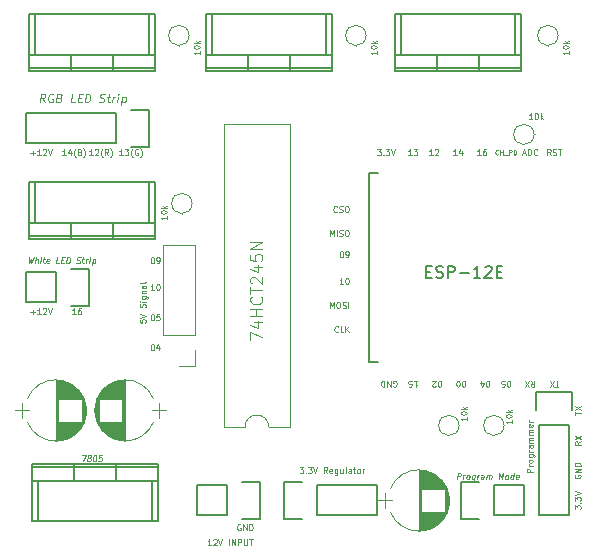
<source format=gbr>
G04 #@! TF.FileFunction,Legend,Top*
%FSLAX46Y46*%
G04 Gerber Fmt 4.6, Leading zero omitted, Abs format (unit mm)*
G04 Created by KiCad (PCBNEW 4.0.5) date 02/10/17 18:57:08*
%MOMM*%
%LPD*%
G01*
G04 APERTURE LIST*
%ADD10C,0.100000*%
%ADD11C,0.150000*%
%ADD12C,0.120000*%
%ADD13C,0.152400*%
G04 APERTURE END LIST*
D10*
X82708762Y-93444190D02*
X82423048Y-93444190D01*
X82565905Y-93444190D02*
X82565905Y-92944190D01*
X82518286Y-93015619D01*
X82470667Y-93063238D01*
X82423048Y-93087048D01*
X83137333Y-92944190D02*
X83042095Y-92944190D01*
X82994476Y-92968000D01*
X82970667Y-92991810D01*
X82923048Y-93063238D01*
X82899238Y-93158476D01*
X82899238Y-93348952D01*
X82923048Y-93396571D01*
X82946857Y-93420381D01*
X82994476Y-93444190D01*
X83089714Y-93444190D01*
X83137333Y-93420381D01*
X83161143Y-93396571D01*
X83184952Y-93348952D01*
X83184952Y-93229905D01*
X83161143Y-93182286D01*
X83137333Y-93158476D01*
X83089714Y-93134667D01*
X82994476Y-93134667D01*
X82946857Y-93158476D01*
X82923048Y-93182286D01*
X82899238Y-93229905D01*
X81871429Y-79982190D02*
X81585715Y-79982190D01*
X81728572Y-79982190D02*
X81728572Y-79482190D01*
X81680953Y-79553619D01*
X81633334Y-79601238D01*
X81585715Y-79625048D01*
X82300000Y-79648857D02*
X82300000Y-79982190D01*
X82180953Y-79458381D02*
X82061905Y-79815524D01*
X82371429Y-79815524D01*
X82704762Y-80172667D02*
X82680952Y-80148857D01*
X82633333Y-80077429D01*
X82609524Y-80029810D01*
X82585714Y-79958381D01*
X82561905Y-79839333D01*
X82561905Y-79744095D01*
X82585714Y-79625048D01*
X82609524Y-79553619D01*
X82633333Y-79506000D01*
X82680952Y-79434571D01*
X82704762Y-79410762D01*
X83061904Y-79720286D02*
X83133333Y-79744095D01*
X83157142Y-79767905D01*
X83180952Y-79815524D01*
X83180952Y-79886952D01*
X83157142Y-79934571D01*
X83133333Y-79958381D01*
X83085714Y-79982190D01*
X82895238Y-79982190D01*
X82895238Y-79482190D01*
X83061904Y-79482190D01*
X83109523Y-79506000D01*
X83133333Y-79529810D01*
X83157142Y-79577429D01*
X83157142Y-79625048D01*
X83133333Y-79672667D01*
X83109523Y-79696476D01*
X83061904Y-79720286D01*
X82895238Y-79720286D01*
X83347619Y-80172667D02*
X83371428Y-80148857D01*
X83419047Y-80077429D01*
X83442857Y-80029810D01*
X83466666Y-79958381D01*
X83490476Y-79839333D01*
X83490476Y-79744095D01*
X83466666Y-79625048D01*
X83442857Y-79553619D01*
X83419047Y-79506000D01*
X83371428Y-79434571D01*
X83347619Y-79410762D01*
X84157429Y-79982190D02*
X83871715Y-79982190D01*
X84014572Y-79982190D02*
X84014572Y-79482190D01*
X83966953Y-79553619D01*
X83919334Y-79601238D01*
X83871715Y-79625048D01*
X84347905Y-79529810D02*
X84371715Y-79506000D01*
X84419334Y-79482190D01*
X84538381Y-79482190D01*
X84586000Y-79506000D01*
X84609810Y-79529810D01*
X84633619Y-79577429D01*
X84633619Y-79625048D01*
X84609810Y-79696476D01*
X84324096Y-79982190D01*
X84633619Y-79982190D01*
X84990762Y-80172667D02*
X84966952Y-80148857D01*
X84919333Y-80077429D01*
X84895524Y-80029810D01*
X84871714Y-79958381D01*
X84847905Y-79839333D01*
X84847905Y-79744095D01*
X84871714Y-79625048D01*
X84895524Y-79553619D01*
X84919333Y-79506000D01*
X84966952Y-79434571D01*
X84990762Y-79410762D01*
X85466952Y-79982190D02*
X85300285Y-79744095D01*
X85181238Y-79982190D02*
X85181238Y-79482190D01*
X85371714Y-79482190D01*
X85419333Y-79506000D01*
X85443142Y-79529810D01*
X85466952Y-79577429D01*
X85466952Y-79648857D01*
X85443142Y-79696476D01*
X85419333Y-79720286D01*
X85371714Y-79744095D01*
X85181238Y-79744095D01*
X85633619Y-80172667D02*
X85657428Y-80148857D01*
X85705047Y-80077429D01*
X85728857Y-80029810D01*
X85752666Y-79958381D01*
X85776476Y-79839333D01*
X85776476Y-79744095D01*
X85752666Y-79625048D01*
X85728857Y-79553619D01*
X85705047Y-79506000D01*
X85657428Y-79434571D01*
X85633619Y-79410762D01*
X86697429Y-79982190D02*
X86411715Y-79982190D01*
X86554572Y-79982190D02*
X86554572Y-79482190D01*
X86506953Y-79553619D01*
X86459334Y-79601238D01*
X86411715Y-79625048D01*
X86864096Y-79482190D02*
X87173619Y-79482190D01*
X87006953Y-79672667D01*
X87078381Y-79672667D01*
X87126000Y-79696476D01*
X87149810Y-79720286D01*
X87173619Y-79767905D01*
X87173619Y-79886952D01*
X87149810Y-79934571D01*
X87126000Y-79958381D01*
X87078381Y-79982190D01*
X86935524Y-79982190D01*
X86887905Y-79958381D01*
X86864096Y-79934571D01*
X87530762Y-80172667D02*
X87506952Y-80148857D01*
X87459333Y-80077429D01*
X87435524Y-80029810D01*
X87411714Y-79958381D01*
X87387905Y-79839333D01*
X87387905Y-79744095D01*
X87411714Y-79625048D01*
X87435524Y-79553619D01*
X87459333Y-79506000D01*
X87506952Y-79434571D01*
X87530762Y-79410762D01*
X87983142Y-79506000D02*
X87935523Y-79482190D01*
X87864095Y-79482190D01*
X87792666Y-79506000D01*
X87745047Y-79553619D01*
X87721238Y-79601238D01*
X87697428Y-79696476D01*
X87697428Y-79767905D01*
X87721238Y-79863143D01*
X87745047Y-79910762D01*
X87792666Y-79958381D01*
X87864095Y-79982190D01*
X87911714Y-79982190D01*
X87983142Y-79958381D01*
X88006952Y-79934571D01*
X88006952Y-79767905D01*
X87911714Y-79767905D01*
X88173619Y-80172667D02*
X88197428Y-80148857D01*
X88245047Y-80077429D01*
X88268857Y-80029810D01*
X88292666Y-79958381D01*
X88316476Y-79839333D01*
X88316476Y-79744095D01*
X88292666Y-79625048D01*
X88268857Y-79553619D01*
X88245047Y-79506000D01*
X88197428Y-79434571D01*
X88173619Y-79410762D01*
X89177906Y-95992190D02*
X89225525Y-95992190D01*
X89273144Y-96016000D01*
X89296953Y-96039810D01*
X89320763Y-96087429D01*
X89344572Y-96182667D01*
X89344572Y-96301714D01*
X89320763Y-96396952D01*
X89296953Y-96444571D01*
X89273144Y-96468381D01*
X89225525Y-96492190D01*
X89177906Y-96492190D01*
X89130287Y-96468381D01*
X89106477Y-96444571D01*
X89082668Y-96396952D01*
X89058858Y-96301714D01*
X89058858Y-96182667D01*
X89082668Y-96087429D01*
X89106477Y-96039810D01*
X89130287Y-96016000D01*
X89177906Y-95992190D01*
X89773143Y-96158857D02*
X89773143Y-96492190D01*
X89654096Y-95968381D02*
X89535048Y-96325524D01*
X89844572Y-96325524D01*
X89177906Y-93452190D02*
X89225525Y-93452190D01*
X89273144Y-93476000D01*
X89296953Y-93499810D01*
X89320763Y-93547429D01*
X89344572Y-93642667D01*
X89344572Y-93761714D01*
X89320763Y-93856952D01*
X89296953Y-93904571D01*
X89273144Y-93928381D01*
X89225525Y-93952190D01*
X89177906Y-93952190D01*
X89130287Y-93928381D01*
X89106477Y-93904571D01*
X89082668Y-93856952D01*
X89058858Y-93761714D01*
X89058858Y-93642667D01*
X89082668Y-93547429D01*
X89106477Y-93499810D01*
X89130287Y-93476000D01*
X89177906Y-93452190D01*
X89796953Y-93452190D02*
X89558858Y-93452190D01*
X89535048Y-93690286D01*
X89558858Y-93666476D01*
X89606477Y-93642667D01*
X89725524Y-93642667D01*
X89773143Y-93666476D01*
X89796953Y-93690286D01*
X89820762Y-93737905D01*
X89820762Y-93856952D01*
X89796953Y-93904571D01*
X89773143Y-93928381D01*
X89725524Y-93952190D01*
X89606477Y-93952190D01*
X89558858Y-93928381D01*
X89535048Y-93904571D01*
X89344572Y-91412190D02*
X89058858Y-91412190D01*
X89201715Y-91412190D02*
X89201715Y-90912190D01*
X89154096Y-90983619D01*
X89106477Y-91031238D01*
X89058858Y-91055048D01*
X89654096Y-90912190D02*
X89701715Y-90912190D01*
X89749334Y-90936000D01*
X89773143Y-90959810D01*
X89796953Y-91007429D01*
X89820762Y-91102667D01*
X89820762Y-91221714D01*
X89796953Y-91316952D01*
X89773143Y-91364571D01*
X89749334Y-91388381D01*
X89701715Y-91412190D01*
X89654096Y-91412190D01*
X89606477Y-91388381D01*
X89582667Y-91364571D01*
X89558858Y-91316952D01*
X89535048Y-91221714D01*
X89535048Y-91102667D01*
X89558858Y-91007429D01*
X89582667Y-90959810D01*
X89606477Y-90936000D01*
X89654096Y-90912190D01*
X89177906Y-88626190D02*
X89225525Y-88626190D01*
X89273144Y-88650000D01*
X89296953Y-88673810D01*
X89320763Y-88721429D01*
X89344572Y-88816667D01*
X89344572Y-88935714D01*
X89320763Y-89030952D01*
X89296953Y-89078571D01*
X89273144Y-89102381D01*
X89225525Y-89126190D01*
X89177906Y-89126190D01*
X89130287Y-89102381D01*
X89106477Y-89078571D01*
X89082668Y-89030952D01*
X89058858Y-88935714D01*
X89058858Y-88816667D01*
X89082668Y-88721429D01*
X89106477Y-88673810D01*
X89130287Y-88650000D01*
X89177906Y-88626190D01*
X89582667Y-89126190D02*
X89677905Y-89126190D01*
X89725524Y-89102381D01*
X89749334Y-89078571D01*
X89796953Y-89007143D01*
X89820762Y-88911905D01*
X89820762Y-88721429D01*
X89796953Y-88673810D01*
X89773143Y-88650000D01*
X89725524Y-88626190D01*
X89630286Y-88626190D01*
X89582667Y-88650000D01*
X89558858Y-88673810D01*
X89535048Y-88721429D01*
X89535048Y-88840476D01*
X89558858Y-88888095D01*
X89582667Y-88911905D01*
X89630286Y-88935714D01*
X89725524Y-88935714D01*
X89773143Y-88911905D01*
X89796953Y-88888095D01*
X89820762Y-88840476D01*
X104918000Y-94920571D02*
X104894190Y-94944381D01*
X104822762Y-94968190D01*
X104775143Y-94968190D01*
X104703714Y-94944381D01*
X104656095Y-94896762D01*
X104632286Y-94849143D01*
X104608476Y-94753905D01*
X104608476Y-94682476D01*
X104632286Y-94587238D01*
X104656095Y-94539619D01*
X104703714Y-94492000D01*
X104775143Y-94468190D01*
X104822762Y-94468190D01*
X104894190Y-94492000D01*
X104918000Y-94515810D01*
X105370381Y-94968190D02*
X105132286Y-94968190D01*
X105132286Y-94468190D01*
X105537048Y-94968190D02*
X105537048Y-94468190D01*
X105822762Y-94968190D02*
X105608476Y-94682476D01*
X105822762Y-94468190D02*
X105537048Y-94753905D01*
X104227524Y-92936190D02*
X104227524Y-92436190D01*
X104394190Y-92793333D01*
X104560857Y-92436190D01*
X104560857Y-92936190D01*
X104894191Y-92436190D02*
X104989429Y-92436190D01*
X105037048Y-92460000D01*
X105084667Y-92507619D01*
X105108476Y-92602857D01*
X105108476Y-92769524D01*
X105084667Y-92864762D01*
X105037048Y-92912381D01*
X104989429Y-92936190D01*
X104894191Y-92936190D01*
X104846572Y-92912381D01*
X104798953Y-92864762D01*
X104775143Y-92769524D01*
X104775143Y-92602857D01*
X104798953Y-92507619D01*
X104846572Y-92460000D01*
X104894191Y-92436190D01*
X105298953Y-92912381D02*
X105370382Y-92936190D01*
X105489429Y-92936190D01*
X105537048Y-92912381D01*
X105560858Y-92888571D01*
X105584667Y-92840952D01*
X105584667Y-92793333D01*
X105560858Y-92745714D01*
X105537048Y-92721905D01*
X105489429Y-92698095D01*
X105394191Y-92674286D01*
X105346572Y-92650476D01*
X105322763Y-92626667D01*
X105298953Y-92579048D01*
X105298953Y-92531429D01*
X105322763Y-92483810D01*
X105346572Y-92460000D01*
X105394191Y-92436190D01*
X105513239Y-92436190D01*
X105584667Y-92460000D01*
X105798953Y-92936190D02*
X105798953Y-92436190D01*
X105346572Y-90904190D02*
X105060858Y-90904190D01*
X105203715Y-90904190D02*
X105203715Y-90404190D01*
X105156096Y-90475619D01*
X105108477Y-90523238D01*
X105060858Y-90547048D01*
X105656096Y-90404190D02*
X105703715Y-90404190D01*
X105751334Y-90428000D01*
X105775143Y-90451810D01*
X105798953Y-90499429D01*
X105822762Y-90594667D01*
X105822762Y-90713714D01*
X105798953Y-90808952D01*
X105775143Y-90856571D01*
X105751334Y-90880381D01*
X105703715Y-90904190D01*
X105656096Y-90904190D01*
X105608477Y-90880381D01*
X105584667Y-90856571D01*
X105560858Y-90808952D01*
X105537048Y-90713714D01*
X105537048Y-90594667D01*
X105560858Y-90499429D01*
X105584667Y-90451810D01*
X105608477Y-90428000D01*
X105656096Y-90404190D01*
X105179906Y-88118190D02*
X105227525Y-88118190D01*
X105275144Y-88142000D01*
X105298953Y-88165810D01*
X105322763Y-88213429D01*
X105346572Y-88308667D01*
X105346572Y-88427714D01*
X105322763Y-88522952D01*
X105298953Y-88570571D01*
X105275144Y-88594381D01*
X105227525Y-88618190D01*
X105179906Y-88618190D01*
X105132287Y-88594381D01*
X105108477Y-88570571D01*
X105084668Y-88522952D01*
X105060858Y-88427714D01*
X105060858Y-88308667D01*
X105084668Y-88213429D01*
X105108477Y-88165810D01*
X105132287Y-88142000D01*
X105179906Y-88118190D01*
X105584667Y-88618190D02*
X105679905Y-88618190D01*
X105727524Y-88594381D01*
X105751334Y-88570571D01*
X105798953Y-88499143D01*
X105822762Y-88403905D01*
X105822762Y-88213429D01*
X105798953Y-88165810D01*
X105775143Y-88142000D01*
X105727524Y-88118190D01*
X105632286Y-88118190D01*
X105584667Y-88142000D01*
X105560858Y-88165810D01*
X105537048Y-88213429D01*
X105537048Y-88332476D01*
X105560858Y-88380095D01*
X105584667Y-88403905D01*
X105632286Y-88427714D01*
X105727524Y-88427714D01*
X105775143Y-88403905D01*
X105798953Y-88380095D01*
X105822762Y-88332476D01*
X104227524Y-86840190D02*
X104227524Y-86340190D01*
X104394190Y-86697333D01*
X104560857Y-86340190D01*
X104560857Y-86840190D01*
X104798953Y-86840190D02*
X104798953Y-86340190D01*
X105013238Y-86816381D02*
X105084667Y-86840190D01*
X105203714Y-86840190D01*
X105251333Y-86816381D01*
X105275143Y-86792571D01*
X105298952Y-86744952D01*
X105298952Y-86697333D01*
X105275143Y-86649714D01*
X105251333Y-86625905D01*
X105203714Y-86602095D01*
X105108476Y-86578286D01*
X105060857Y-86554476D01*
X105037048Y-86530667D01*
X105013238Y-86483048D01*
X105013238Y-86435429D01*
X105037048Y-86387810D01*
X105060857Y-86364000D01*
X105108476Y-86340190D01*
X105227524Y-86340190D01*
X105298952Y-86364000D01*
X105608476Y-86340190D02*
X105703714Y-86340190D01*
X105751333Y-86364000D01*
X105798952Y-86411619D01*
X105822761Y-86506857D01*
X105822761Y-86673524D01*
X105798952Y-86768762D01*
X105751333Y-86816381D01*
X105703714Y-86840190D01*
X105608476Y-86840190D01*
X105560857Y-86816381D01*
X105513238Y-86768762D01*
X105489428Y-86673524D01*
X105489428Y-86506857D01*
X105513238Y-86411619D01*
X105560857Y-86364000D01*
X105608476Y-86340190D01*
X104822762Y-84760571D02*
X104798952Y-84784381D01*
X104727524Y-84808190D01*
X104679905Y-84808190D01*
X104608476Y-84784381D01*
X104560857Y-84736762D01*
X104537048Y-84689143D01*
X104513238Y-84593905D01*
X104513238Y-84522476D01*
X104537048Y-84427238D01*
X104560857Y-84379619D01*
X104608476Y-84332000D01*
X104679905Y-84308190D01*
X104727524Y-84308190D01*
X104798952Y-84332000D01*
X104822762Y-84355810D01*
X105013238Y-84784381D02*
X105084667Y-84808190D01*
X105203714Y-84808190D01*
X105251333Y-84784381D01*
X105275143Y-84760571D01*
X105298952Y-84712952D01*
X105298952Y-84665333D01*
X105275143Y-84617714D01*
X105251333Y-84593905D01*
X105203714Y-84570095D01*
X105108476Y-84546286D01*
X105060857Y-84522476D01*
X105037048Y-84498667D01*
X105013238Y-84451048D01*
X105013238Y-84403429D01*
X105037048Y-84355810D01*
X105060857Y-84332000D01*
X105108476Y-84308190D01*
X105227524Y-84308190D01*
X105298952Y-84332000D01*
X105608476Y-84308190D02*
X105703714Y-84308190D01*
X105751333Y-84332000D01*
X105798952Y-84379619D01*
X105822761Y-84474857D01*
X105822761Y-84641524D01*
X105798952Y-84736762D01*
X105751333Y-84784381D01*
X105703714Y-84808190D01*
X105608476Y-84808190D01*
X105560857Y-84784381D01*
X105513238Y-84736762D01*
X105489428Y-84641524D01*
X105489428Y-84474857D01*
X105513238Y-84379619D01*
X105560857Y-84332000D01*
X105608476Y-84308190D01*
X108227906Y-79482190D02*
X108537429Y-79482190D01*
X108370763Y-79672667D01*
X108442191Y-79672667D01*
X108489810Y-79696476D01*
X108513620Y-79720286D01*
X108537429Y-79767905D01*
X108537429Y-79886952D01*
X108513620Y-79934571D01*
X108489810Y-79958381D01*
X108442191Y-79982190D01*
X108299334Y-79982190D01*
X108251715Y-79958381D01*
X108227906Y-79934571D01*
X108751715Y-79934571D02*
X108775524Y-79958381D01*
X108751715Y-79982190D01*
X108727905Y-79958381D01*
X108751715Y-79934571D01*
X108751715Y-79982190D01*
X108942191Y-79482190D02*
X109251714Y-79482190D01*
X109085048Y-79672667D01*
X109156476Y-79672667D01*
X109204095Y-79696476D01*
X109227905Y-79720286D01*
X109251714Y-79767905D01*
X109251714Y-79886952D01*
X109227905Y-79934571D01*
X109204095Y-79958381D01*
X109156476Y-79982190D01*
X109013619Y-79982190D01*
X108966000Y-79958381D01*
X108942191Y-79934571D01*
X109394571Y-79482190D02*
X109561238Y-79982190D01*
X109727904Y-79482190D01*
X111156762Y-79982190D02*
X110871048Y-79982190D01*
X111013905Y-79982190D02*
X111013905Y-79482190D01*
X110966286Y-79553619D01*
X110918667Y-79601238D01*
X110871048Y-79625048D01*
X111323429Y-79482190D02*
X111632952Y-79482190D01*
X111466286Y-79672667D01*
X111537714Y-79672667D01*
X111585333Y-79696476D01*
X111609143Y-79720286D01*
X111632952Y-79767905D01*
X111632952Y-79886952D01*
X111609143Y-79934571D01*
X111585333Y-79958381D01*
X111537714Y-79982190D01*
X111394857Y-79982190D01*
X111347238Y-79958381D01*
X111323429Y-79934571D01*
X112934762Y-79982190D02*
X112649048Y-79982190D01*
X112791905Y-79982190D02*
X112791905Y-79482190D01*
X112744286Y-79553619D01*
X112696667Y-79601238D01*
X112649048Y-79625048D01*
X113125238Y-79529810D02*
X113149048Y-79506000D01*
X113196667Y-79482190D01*
X113315714Y-79482190D01*
X113363333Y-79506000D01*
X113387143Y-79529810D01*
X113410952Y-79577429D01*
X113410952Y-79625048D01*
X113387143Y-79696476D01*
X113101429Y-79982190D01*
X113410952Y-79982190D01*
X114966762Y-79982190D02*
X114681048Y-79982190D01*
X114823905Y-79982190D02*
X114823905Y-79482190D01*
X114776286Y-79553619D01*
X114728667Y-79601238D01*
X114681048Y-79625048D01*
X115395333Y-79648857D02*
X115395333Y-79982190D01*
X115276286Y-79458381D02*
X115157238Y-79815524D01*
X115466762Y-79815524D01*
X116998762Y-79982190D02*
X116713048Y-79982190D01*
X116855905Y-79982190D02*
X116855905Y-79482190D01*
X116808286Y-79553619D01*
X116760667Y-79601238D01*
X116713048Y-79625048D01*
X117427333Y-79482190D02*
X117332095Y-79482190D01*
X117284476Y-79506000D01*
X117260667Y-79529810D01*
X117213048Y-79601238D01*
X117189238Y-79696476D01*
X117189238Y-79886952D01*
X117213048Y-79934571D01*
X117236857Y-79958381D01*
X117284476Y-79982190D01*
X117379714Y-79982190D01*
X117427333Y-79958381D01*
X117451143Y-79934571D01*
X117474952Y-79886952D01*
X117474952Y-79767905D01*
X117451143Y-79720286D01*
X117427333Y-79696476D01*
X117379714Y-79672667D01*
X117284476Y-79672667D01*
X117236857Y-79696476D01*
X117213048Y-79720286D01*
X117189238Y-79767905D01*
X118487905Y-79898857D02*
X118468857Y-79917905D01*
X118411714Y-79936952D01*
X118373619Y-79936952D01*
X118316476Y-79917905D01*
X118278381Y-79879810D01*
X118259333Y-79841714D01*
X118240285Y-79765524D01*
X118240285Y-79708381D01*
X118259333Y-79632190D01*
X118278381Y-79594095D01*
X118316476Y-79556000D01*
X118373619Y-79536952D01*
X118411714Y-79536952D01*
X118468857Y-79556000D01*
X118487905Y-79575048D01*
X118659333Y-79936952D02*
X118659333Y-79536952D01*
X118659333Y-79727429D02*
X118887905Y-79727429D01*
X118887905Y-79936952D02*
X118887905Y-79536952D01*
X118983143Y-79975048D02*
X119287905Y-79975048D01*
X119383143Y-79936952D02*
X119383143Y-79536952D01*
X119535524Y-79536952D01*
X119573619Y-79556000D01*
X119592667Y-79575048D01*
X119611715Y-79613143D01*
X119611715Y-79670286D01*
X119592667Y-79708381D01*
X119573619Y-79727429D01*
X119535524Y-79746476D01*
X119383143Y-79746476D01*
X119783143Y-79936952D02*
X119783143Y-79536952D01*
X119878381Y-79536952D01*
X119935524Y-79556000D01*
X119973619Y-79594095D01*
X119992667Y-79632190D01*
X120011715Y-79708381D01*
X120011715Y-79765524D01*
X119992667Y-79841714D01*
X119973619Y-79879810D01*
X119935524Y-79917905D01*
X119878381Y-79936952D01*
X119783143Y-79936952D01*
X120538953Y-79839333D02*
X120777048Y-79839333D01*
X120491334Y-79982190D02*
X120658001Y-79482190D01*
X120824667Y-79982190D01*
X120991334Y-79982190D02*
X120991334Y-79482190D01*
X121110381Y-79482190D01*
X121181810Y-79506000D01*
X121229429Y-79553619D01*
X121253238Y-79601238D01*
X121277048Y-79696476D01*
X121277048Y-79767905D01*
X121253238Y-79863143D01*
X121229429Y-79910762D01*
X121181810Y-79958381D01*
X121110381Y-79982190D01*
X120991334Y-79982190D01*
X121777048Y-79934571D02*
X121753238Y-79958381D01*
X121681810Y-79982190D01*
X121634191Y-79982190D01*
X121562762Y-79958381D01*
X121515143Y-79910762D01*
X121491334Y-79863143D01*
X121467524Y-79767905D01*
X121467524Y-79696476D01*
X121491334Y-79601238D01*
X121515143Y-79553619D01*
X121562762Y-79506000D01*
X121634191Y-79482190D01*
X121681810Y-79482190D01*
X121753238Y-79506000D01*
X121777048Y-79529810D01*
X122916191Y-79982190D02*
X122749524Y-79744095D01*
X122630477Y-79982190D02*
X122630477Y-79482190D01*
X122820953Y-79482190D01*
X122868572Y-79506000D01*
X122892381Y-79529810D01*
X122916191Y-79577429D01*
X122916191Y-79648857D01*
X122892381Y-79696476D01*
X122868572Y-79720286D01*
X122820953Y-79744095D01*
X122630477Y-79744095D01*
X123106667Y-79958381D02*
X123178096Y-79982190D01*
X123297143Y-79982190D01*
X123344762Y-79958381D01*
X123368572Y-79934571D01*
X123392381Y-79886952D01*
X123392381Y-79839333D01*
X123368572Y-79791714D01*
X123344762Y-79767905D01*
X123297143Y-79744095D01*
X123201905Y-79720286D01*
X123154286Y-79696476D01*
X123130477Y-79672667D01*
X123106667Y-79625048D01*
X123106667Y-79577429D01*
X123130477Y-79529810D01*
X123154286Y-79506000D01*
X123201905Y-79482190D01*
X123320953Y-79482190D01*
X123392381Y-79506000D01*
X123535238Y-79482190D02*
X123820952Y-79482190D01*
X123678095Y-79982190D02*
X123678095Y-79482190D01*
X109600953Y-99564000D02*
X109648572Y-99587810D01*
X109720000Y-99587810D01*
X109791429Y-99564000D01*
X109839048Y-99516381D01*
X109862857Y-99468762D01*
X109886667Y-99373524D01*
X109886667Y-99302095D01*
X109862857Y-99206857D01*
X109839048Y-99159238D01*
X109791429Y-99111619D01*
X109720000Y-99087810D01*
X109672381Y-99087810D01*
X109600953Y-99111619D01*
X109577143Y-99135429D01*
X109577143Y-99302095D01*
X109672381Y-99302095D01*
X109362857Y-99087810D02*
X109362857Y-99587810D01*
X109077143Y-99087810D01*
X109077143Y-99587810D01*
X108839047Y-99087810D02*
X108839047Y-99587810D01*
X108720000Y-99587810D01*
X108648571Y-99564000D01*
X108600952Y-99516381D01*
X108577143Y-99468762D01*
X108553333Y-99373524D01*
X108553333Y-99302095D01*
X108577143Y-99206857D01*
X108600952Y-99159238D01*
X108648571Y-99111619D01*
X108720000Y-99087810D01*
X108839047Y-99087810D01*
X111347238Y-99087810D02*
X111632952Y-99087810D01*
X111490095Y-99087810D02*
X111490095Y-99587810D01*
X111537714Y-99516381D01*
X111585333Y-99468762D01*
X111632952Y-99444952D01*
X110894857Y-99587810D02*
X111132952Y-99587810D01*
X111156762Y-99349714D01*
X111132952Y-99373524D01*
X111085333Y-99397333D01*
X110966286Y-99397333D01*
X110918667Y-99373524D01*
X110894857Y-99349714D01*
X110871048Y-99302095D01*
X110871048Y-99183048D01*
X110894857Y-99135429D01*
X110918667Y-99111619D01*
X110966286Y-99087810D01*
X111085333Y-99087810D01*
X111132952Y-99111619D01*
X111156762Y-99135429D01*
X113545904Y-99587810D02*
X113498285Y-99587810D01*
X113450666Y-99564000D01*
X113426857Y-99540190D01*
X113403047Y-99492571D01*
X113379238Y-99397333D01*
X113379238Y-99278286D01*
X113403047Y-99183048D01*
X113426857Y-99135429D01*
X113450666Y-99111619D01*
X113498285Y-99087810D01*
X113545904Y-99087810D01*
X113593523Y-99111619D01*
X113617333Y-99135429D01*
X113641142Y-99183048D01*
X113664952Y-99278286D01*
X113664952Y-99397333D01*
X113641142Y-99492571D01*
X113617333Y-99540190D01*
X113593523Y-99564000D01*
X113545904Y-99587810D01*
X113188762Y-99540190D02*
X113164952Y-99564000D01*
X113117333Y-99587810D01*
X112998286Y-99587810D01*
X112950667Y-99564000D01*
X112926857Y-99540190D01*
X112903048Y-99492571D01*
X112903048Y-99444952D01*
X112926857Y-99373524D01*
X113212571Y-99087810D01*
X112903048Y-99087810D01*
X115577904Y-99587810D02*
X115530285Y-99587810D01*
X115482666Y-99564000D01*
X115458857Y-99540190D01*
X115435047Y-99492571D01*
X115411238Y-99397333D01*
X115411238Y-99278286D01*
X115435047Y-99183048D01*
X115458857Y-99135429D01*
X115482666Y-99111619D01*
X115530285Y-99087810D01*
X115577904Y-99087810D01*
X115625523Y-99111619D01*
X115649333Y-99135429D01*
X115673142Y-99183048D01*
X115696952Y-99278286D01*
X115696952Y-99397333D01*
X115673142Y-99492571D01*
X115649333Y-99540190D01*
X115625523Y-99564000D01*
X115577904Y-99587810D01*
X115101714Y-99587810D02*
X115054095Y-99587810D01*
X115006476Y-99564000D01*
X114982667Y-99540190D01*
X114958857Y-99492571D01*
X114935048Y-99397333D01*
X114935048Y-99278286D01*
X114958857Y-99183048D01*
X114982667Y-99135429D01*
X115006476Y-99111619D01*
X115054095Y-99087810D01*
X115101714Y-99087810D01*
X115149333Y-99111619D01*
X115173143Y-99135429D01*
X115196952Y-99183048D01*
X115220762Y-99278286D01*
X115220762Y-99397333D01*
X115196952Y-99492571D01*
X115173143Y-99540190D01*
X115149333Y-99564000D01*
X115101714Y-99587810D01*
X117609904Y-99587810D02*
X117562285Y-99587810D01*
X117514666Y-99564000D01*
X117490857Y-99540190D01*
X117467047Y-99492571D01*
X117443238Y-99397333D01*
X117443238Y-99278286D01*
X117467047Y-99183048D01*
X117490857Y-99135429D01*
X117514666Y-99111619D01*
X117562285Y-99087810D01*
X117609904Y-99087810D01*
X117657523Y-99111619D01*
X117681333Y-99135429D01*
X117705142Y-99183048D01*
X117728952Y-99278286D01*
X117728952Y-99397333D01*
X117705142Y-99492571D01*
X117681333Y-99540190D01*
X117657523Y-99564000D01*
X117609904Y-99587810D01*
X117014667Y-99421143D02*
X117014667Y-99087810D01*
X117133714Y-99611619D02*
X117252762Y-99254476D01*
X116943238Y-99254476D01*
X119387904Y-99587810D02*
X119340285Y-99587810D01*
X119292666Y-99564000D01*
X119268857Y-99540190D01*
X119245047Y-99492571D01*
X119221238Y-99397333D01*
X119221238Y-99278286D01*
X119245047Y-99183048D01*
X119268857Y-99135429D01*
X119292666Y-99111619D01*
X119340285Y-99087810D01*
X119387904Y-99087810D01*
X119435523Y-99111619D01*
X119459333Y-99135429D01*
X119483142Y-99183048D01*
X119506952Y-99278286D01*
X119506952Y-99397333D01*
X119483142Y-99492571D01*
X119459333Y-99540190D01*
X119435523Y-99564000D01*
X119387904Y-99587810D01*
X118768857Y-99587810D02*
X119006952Y-99587810D01*
X119030762Y-99349714D01*
X119006952Y-99373524D01*
X118959333Y-99397333D01*
X118840286Y-99397333D01*
X118792667Y-99373524D01*
X118768857Y-99349714D01*
X118745048Y-99302095D01*
X118745048Y-99183048D01*
X118768857Y-99135429D01*
X118792667Y-99111619D01*
X118840286Y-99087810D01*
X118959333Y-99087810D01*
X119006952Y-99111619D01*
X119030762Y-99135429D01*
X121241333Y-99087810D02*
X121408000Y-99325905D01*
X121527047Y-99087810D02*
X121527047Y-99587810D01*
X121336571Y-99587810D01*
X121288952Y-99564000D01*
X121265143Y-99540190D01*
X121241333Y-99492571D01*
X121241333Y-99421143D01*
X121265143Y-99373524D01*
X121288952Y-99349714D01*
X121336571Y-99325905D01*
X121527047Y-99325905D01*
X121074666Y-99587810D02*
X120741333Y-99087810D01*
X120741333Y-99587810D02*
X121074666Y-99087810D01*
X123570952Y-99587810D02*
X123285238Y-99587810D01*
X123428095Y-99087810D02*
X123428095Y-99587810D01*
X123166190Y-99587810D02*
X122832857Y-99087810D01*
X122832857Y-99587810D02*
X123166190Y-99087810D01*
X124948190Y-101980952D02*
X124948190Y-101695238D01*
X125448190Y-101838095D02*
X124948190Y-101838095D01*
X124948190Y-101576190D02*
X125448190Y-101242857D01*
X124948190Y-101242857D02*
X125448190Y-101576190D01*
X125448190Y-104223333D02*
X125210095Y-104390000D01*
X125448190Y-104509047D02*
X124948190Y-104509047D01*
X124948190Y-104318571D01*
X124972000Y-104270952D01*
X124995810Y-104247143D01*
X125043429Y-104223333D01*
X125114857Y-104223333D01*
X125162476Y-104247143D01*
X125186286Y-104270952D01*
X125210095Y-104318571D01*
X125210095Y-104509047D01*
X124948190Y-104056666D02*
X125448190Y-103723333D01*
X124948190Y-103723333D02*
X125448190Y-104056666D01*
X124972000Y-107060953D02*
X124948190Y-107108572D01*
X124948190Y-107180000D01*
X124972000Y-107251429D01*
X125019619Y-107299048D01*
X125067238Y-107322857D01*
X125162476Y-107346667D01*
X125233905Y-107346667D01*
X125329143Y-107322857D01*
X125376762Y-107299048D01*
X125424381Y-107251429D01*
X125448190Y-107180000D01*
X125448190Y-107132381D01*
X125424381Y-107060953D01*
X125400571Y-107037143D01*
X125233905Y-107037143D01*
X125233905Y-107132381D01*
X125448190Y-106822857D02*
X124948190Y-106822857D01*
X125448190Y-106537143D01*
X124948190Y-106537143D01*
X125448190Y-106299047D02*
X124948190Y-106299047D01*
X124948190Y-106180000D01*
X124972000Y-106108571D01*
X125019619Y-106060952D01*
X125067238Y-106037143D01*
X125162476Y-106013333D01*
X125233905Y-106013333D01*
X125329143Y-106037143D01*
X125376762Y-106060952D01*
X125424381Y-106108571D01*
X125448190Y-106180000D01*
X125448190Y-106299047D01*
X124948190Y-109958094D02*
X124948190Y-109648571D01*
X125138667Y-109815237D01*
X125138667Y-109743809D01*
X125162476Y-109696190D01*
X125186286Y-109672380D01*
X125233905Y-109648571D01*
X125352952Y-109648571D01*
X125400571Y-109672380D01*
X125424381Y-109696190D01*
X125448190Y-109743809D01*
X125448190Y-109886666D01*
X125424381Y-109934285D01*
X125400571Y-109958094D01*
X125400571Y-109434285D02*
X125424381Y-109410476D01*
X125448190Y-109434285D01*
X125424381Y-109458095D01*
X125400571Y-109434285D01*
X125448190Y-109434285D01*
X124948190Y-109243809D02*
X124948190Y-108934286D01*
X125138667Y-109100952D01*
X125138667Y-109029524D01*
X125162476Y-108981905D01*
X125186286Y-108958095D01*
X125233905Y-108934286D01*
X125352952Y-108934286D01*
X125400571Y-108958095D01*
X125424381Y-108981905D01*
X125448190Y-109029524D01*
X125448190Y-109172381D01*
X125424381Y-109220000D01*
X125400571Y-109243809D01*
X124948190Y-108791429D02*
X125448190Y-108624762D01*
X124948190Y-108458096D01*
X96647047Y-111256000D02*
X96599428Y-111232190D01*
X96528000Y-111232190D01*
X96456571Y-111256000D01*
X96408952Y-111303619D01*
X96385143Y-111351238D01*
X96361333Y-111446476D01*
X96361333Y-111517905D01*
X96385143Y-111613143D01*
X96408952Y-111660762D01*
X96456571Y-111708381D01*
X96528000Y-111732190D01*
X96575619Y-111732190D01*
X96647047Y-111708381D01*
X96670857Y-111684571D01*
X96670857Y-111517905D01*
X96575619Y-111517905D01*
X96885143Y-111732190D02*
X96885143Y-111232190D01*
X97170857Y-111732190D01*
X97170857Y-111232190D01*
X97408953Y-111732190D02*
X97408953Y-111232190D01*
X97528000Y-111232190D01*
X97599429Y-111256000D01*
X97647048Y-111303619D01*
X97670857Y-111351238D01*
X97694667Y-111446476D01*
X97694667Y-111517905D01*
X97670857Y-111613143D01*
X97647048Y-111660762D01*
X97599429Y-111708381D01*
X97528000Y-111732190D01*
X97408953Y-111732190D01*
X78875049Y-79791714D02*
X79256001Y-79791714D01*
X79065525Y-79982190D02*
X79065525Y-79601238D01*
X79756001Y-79982190D02*
X79470287Y-79982190D01*
X79613144Y-79982190D02*
X79613144Y-79482190D01*
X79565525Y-79553619D01*
X79517906Y-79601238D01*
X79470287Y-79625048D01*
X79946477Y-79529810D02*
X79970287Y-79506000D01*
X80017906Y-79482190D01*
X80136953Y-79482190D01*
X80184572Y-79506000D01*
X80208382Y-79529810D01*
X80232191Y-79577429D01*
X80232191Y-79625048D01*
X80208382Y-79696476D01*
X79922668Y-79982190D01*
X80232191Y-79982190D01*
X80375048Y-79482190D02*
X80541715Y-79982190D01*
X80708381Y-79482190D01*
X78875049Y-93253714D02*
X79256001Y-93253714D01*
X79065525Y-93444190D02*
X79065525Y-93063238D01*
X79756001Y-93444190D02*
X79470287Y-93444190D01*
X79613144Y-93444190D02*
X79613144Y-92944190D01*
X79565525Y-93015619D01*
X79517906Y-93063238D01*
X79470287Y-93087048D01*
X79946477Y-92991810D02*
X79970287Y-92968000D01*
X80017906Y-92944190D01*
X80136953Y-92944190D01*
X80184572Y-92968000D01*
X80208382Y-92991810D01*
X80232191Y-93039429D01*
X80232191Y-93087048D01*
X80208382Y-93158476D01*
X79922668Y-93444190D01*
X80232191Y-93444190D01*
X80375048Y-92944190D02*
X80541715Y-93444190D01*
X80708381Y-92944190D01*
X94174667Y-113002190D02*
X93888953Y-113002190D01*
X94031810Y-113002190D02*
X94031810Y-112502190D01*
X93984191Y-112573619D01*
X93936572Y-112621238D01*
X93888953Y-112645048D01*
X94365143Y-112549810D02*
X94388953Y-112526000D01*
X94436572Y-112502190D01*
X94555619Y-112502190D01*
X94603238Y-112526000D01*
X94627048Y-112549810D01*
X94650857Y-112597429D01*
X94650857Y-112645048D01*
X94627048Y-112716476D01*
X94341334Y-113002190D01*
X94650857Y-113002190D01*
X94793714Y-112502190D02*
X94960381Y-113002190D01*
X95127047Y-112502190D01*
X95674666Y-113002190D02*
X95674666Y-112502190D01*
X95912761Y-113002190D02*
X95912761Y-112502190D01*
X96198475Y-113002190D01*
X96198475Y-112502190D01*
X96436571Y-113002190D02*
X96436571Y-112502190D01*
X96627047Y-112502190D01*
X96674666Y-112526000D01*
X96698475Y-112549810D01*
X96722285Y-112597429D01*
X96722285Y-112668857D01*
X96698475Y-112716476D01*
X96674666Y-112740286D01*
X96627047Y-112764095D01*
X96436571Y-112764095D01*
X96936571Y-112502190D02*
X96936571Y-112906952D01*
X96960380Y-112954571D01*
X96984190Y-112978381D01*
X97031809Y-113002190D01*
X97127047Y-113002190D01*
X97174666Y-112978381D01*
X97198475Y-112954571D01*
X97222285Y-112906952D01*
X97222285Y-112502190D01*
X97388952Y-112502190D02*
X97674666Y-112502190D01*
X97531809Y-113002190D02*
X97531809Y-112502190D01*
D11*
X112355714Y-89844571D02*
X112689048Y-89844571D01*
X112831905Y-90368381D02*
X112355714Y-90368381D01*
X112355714Y-89368381D01*
X112831905Y-89368381D01*
X113212857Y-90320762D02*
X113355714Y-90368381D01*
X113593810Y-90368381D01*
X113689048Y-90320762D01*
X113736667Y-90273143D01*
X113784286Y-90177905D01*
X113784286Y-90082667D01*
X113736667Y-89987429D01*
X113689048Y-89939810D01*
X113593810Y-89892190D01*
X113403333Y-89844571D01*
X113308095Y-89796952D01*
X113260476Y-89749333D01*
X113212857Y-89654095D01*
X113212857Y-89558857D01*
X113260476Y-89463619D01*
X113308095Y-89416000D01*
X113403333Y-89368381D01*
X113641429Y-89368381D01*
X113784286Y-89416000D01*
X114212857Y-90368381D02*
X114212857Y-89368381D01*
X114593810Y-89368381D01*
X114689048Y-89416000D01*
X114736667Y-89463619D01*
X114784286Y-89558857D01*
X114784286Y-89701714D01*
X114736667Y-89796952D01*
X114689048Y-89844571D01*
X114593810Y-89892190D01*
X114212857Y-89892190D01*
X115212857Y-89987429D02*
X115974762Y-89987429D01*
X116974762Y-90368381D02*
X116403333Y-90368381D01*
X116689047Y-90368381D02*
X116689047Y-89368381D01*
X116593809Y-89511238D01*
X116498571Y-89606476D01*
X116403333Y-89654095D01*
X117355714Y-89463619D02*
X117403333Y-89416000D01*
X117498571Y-89368381D01*
X117736667Y-89368381D01*
X117831905Y-89416000D01*
X117879524Y-89463619D01*
X117927143Y-89558857D01*
X117927143Y-89654095D01*
X117879524Y-89796952D01*
X117308095Y-90368381D01*
X117927143Y-90368381D01*
X118355714Y-89844571D02*
X118689048Y-89844571D01*
X118831905Y-90368381D02*
X118355714Y-90368381D01*
X118355714Y-89368381D01*
X118831905Y-89368381D01*
D10*
X97496381Y-95606667D02*
X97496381Y-94940000D01*
X98496381Y-95368572D01*
X97829714Y-94130476D02*
X98496381Y-94130476D01*
X97448762Y-94368572D02*
X98163048Y-94606667D01*
X98163048Y-93987619D01*
X98496381Y-93606667D02*
X97496381Y-93606667D01*
X97972571Y-93606667D02*
X97972571Y-93035238D01*
X98496381Y-93035238D02*
X97496381Y-93035238D01*
X98401143Y-91987619D02*
X98448762Y-92035238D01*
X98496381Y-92178095D01*
X98496381Y-92273333D01*
X98448762Y-92416191D01*
X98353524Y-92511429D01*
X98258286Y-92559048D01*
X98067810Y-92606667D01*
X97924952Y-92606667D01*
X97734476Y-92559048D01*
X97639238Y-92511429D01*
X97544000Y-92416191D01*
X97496381Y-92273333D01*
X97496381Y-92178095D01*
X97544000Y-92035238D01*
X97591619Y-91987619D01*
X97496381Y-91701905D02*
X97496381Y-91130476D01*
X98496381Y-91416191D02*
X97496381Y-91416191D01*
X97591619Y-90844762D02*
X97544000Y-90797143D01*
X97496381Y-90701905D01*
X97496381Y-90463809D01*
X97544000Y-90368571D01*
X97591619Y-90320952D01*
X97686857Y-90273333D01*
X97782095Y-90273333D01*
X97924952Y-90320952D01*
X98496381Y-90892381D01*
X98496381Y-90273333D01*
X97829714Y-89416190D02*
X98496381Y-89416190D01*
X97448762Y-89654286D02*
X98163048Y-89892381D01*
X98163048Y-89273333D01*
X97496381Y-88416190D02*
X97496381Y-88892381D01*
X97972571Y-88940000D01*
X97924952Y-88892381D01*
X97877333Y-88797143D01*
X97877333Y-88559047D01*
X97924952Y-88463809D01*
X97972571Y-88416190D01*
X98067810Y-88368571D01*
X98305905Y-88368571D01*
X98401143Y-88416190D01*
X98448762Y-88463809D01*
X98496381Y-88559047D01*
X98496381Y-88797143D01*
X98448762Y-88892381D01*
X98401143Y-88940000D01*
X98496381Y-87940000D02*
X97496381Y-87940000D01*
X98496381Y-87368571D01*
X97496381Y-87368571D01*
X124432190Y-71163619D02*
X124432190Y-71449333D01*
X124432190Y-71306476D02*
X123932190Y-71306476D01*
X124003619Y-71354095D01*
X124051238Y-71401714D01*
X124075048Y-71449333D01*
X123932190Y-70854095D02*
X123932190Y-70806476D01*
X123956000Y-70758857D01*
X123979810Y-70735048D01*
X124027429Y-70711238D01*
X124122667Y-70687429D01*
X124241714Y-70687429D01*
X124336952Y-70711238D01*
X124384571Y-70735048D01*
X124408381Y-70758857D01*
X124432190Y-70806476D01*
X124432190Y-70854095D01*
X124408381Y-70901714D01*
X124384571Y-70925524D01*
X124336952Y-70949333D01*
X124241714Y-70973143D01*
X124122667Y-70973143D01*
X124027429Y-70949333D01*
X123979810Y-70925524D01*
X123956000Y-70901714D01*
X123932190Y-70854095D01*
X124432190Y-70473143D02*
X123932190Y-70473143D01*
X124241714Y-70425524D02*
X124432190Y-70282667D01*
X124098857Y-70282667D02*
X124289333Y-70473143D01*
X93190190Y-71163619D02*
X93190190Y-71449333D01*
X93190190Y-71306476D02*
X92690190Y-71306476D01*
X92761619Y-71354095D01*
X92809238Y-71401714D01*
X92833048Y-71449333D01*
X92690190Y-70854095D02*
X92690190Y-70806476D01*
X92714000Y-70758857D01*
X92737810Y-70735048D01*
X92785429Y-70711238D01*
X92880667Y-70687429D01*
X92999714Y-70687429D01*
X93094952Y-70711238D01*
X93142571Y-70735048D01*
X93166381Y-70758857D01*
X93190190Y-70806476D01*
X93190190Y-70854095D01*
X93166381Y-70901714D01*
X93142571Y-70925524D01*
X93094952Y-70949333D01*
X92999714Y-70973143D01*
X92880667Y-70973143D01*
X92785429Y-70949333D01*
X92737810Y-70925524D01*
X92714000Y-70901714D01*
X92690190Y-70854095D01*
X93190190Y-70473143D02*
X92690190Y-70473143D01*
X92999714Y-70425524D02*
X93190190Y-70282667D01*
X92856857Y-70282667D02*
X93047333Y-70473143D01*
X90396190Y-85133619D02*
X90396190Y-85419333D01*
X90396190Y-85276476D02*
X89896190Y-85276476D01*
X89967619Y-85324095D01*
X90015238Y-85371714D01*
X90039048Y-85419333D01*
X89896190Y-84824095D02*
X89896190Y-84776476D01*
X89920000Y-84728857D01*
X89943810Y-84705048D01*
X89991429Y-84681238D01*
X90086667Y-84657429D01*
X90205714Y-84657429D01*
X90300952Y-84681238D01*
X90348571Y-84705048D01*
X90372381Y-84728857D01*
X90396190Y-84776476D01*
X90396190Y-84824095D01*
X90372381Y-84871714D01*
X90348571Y-84895524D01*
X90300952Y-84919333D01*
X90205714Y-84943143D01*
X90086667Y-84943143D01*
X89991429Y-84919333D01*
X89943810Y-84895524D01*
X89920000Y-84871714D01*
X89896190Y-84824095D01*
X90396190Y-84443143D02*
X89896190Y-84443143D01*
X90205714Y-84395524D02*
X90396190Y-84252667D01*
X90062857Y-84252667D02*
X90253333Y-84443143D01*
X108176190Y-71163619D02*
X108176190Y-71449333D01*
X108176190Y-71306476D02*
X107676190Y-71306476D01*
X107747619Y-71354095D01*
X107795238Y-71401714D01*
X107819048Y-71449333D01*
X107676190Y-70854095D02*
X107676190Y-70806476D01*
X107700000Y-70758857D01*
X107723810Y-70735048D01*
X107771429Y-70711238D01*
X107866667Y-70687429D01*
X107985714Y-70687429D01*
X108080952Y-70711238D01*
X108128571Y-70735048D01*
X108152381Y-70758857D01*
X108176190Y-70806476D01*
X108176190Y-70854095D01*
X108152381Y-70901714D01*
X108128571Y-70925524D01*
X108080952Y-70949333D01*
X107985714Y-70973143D01*
X107866667Y-70973143D01*
X107771429Y-70949333D01*
X107723810Y-70925524D01*
X107700000Y-70901714D01*
X107676190Y-70854095D01*
X108176190Y-70473143D02*
X107676190Y-70473143D01*
X107985714Y-70425524D02*
X108176190Y-70282667D01*
X107842857Y-70282667D02*
X108033333Y-70473143D01*
X121368381Y-76934190D02*
X121082667Y-76934190D01*
X121225524Y-76934190D02*
X121225524Y-76434190D01*
X121177905Y-76505619D01*
X121130286Y-76553238D01*
X121082667Y-76577048D01*
X121677905Y-76434190D02*
X121725524Y-76434190D01*
X121773143Y-76458000D01*
X121796952Y-76481810D01*
X121820762Y-76529429D01*
X121844571Y-76624667D01*
X121844571Y-76743714D01*
X121820762Y-76838952D01*
X121796952Y-76886571D01*
X121773143Y-76910381D01*
X121725524Y-76934190D01*
X121677905Y-76934190D01*
X121630286Y-76910381D01*
X121606476Y-76886571D01*
X121582667Y-76838952D01*
X121558857Y-76743714D01*
X121558857Y-76624667D01*
X121582667Y-76529429D01*
X121606476Y-76481810D01*
X121630286Y-76458000D01*
X121677905Y-76434190D01*
X122058857Y-76934190D02*
X122058857Y-76434190D01*
X122106476Y-76743714D02*
X122249333Y-76934190D01*
X122249333Y-76600857D02*
X122058857Y-76791333D01*
X115796190Y-102151619D02*
X115796190Y-102437333D01*
X115796190Y-102294476D02*
X115296190Y-102294476D01*
X115367619Y-102342095D01*
X115415238Y-102389714D01*
X115439048Y-102437333D01*
X115296190Y-101842095D02*
X115296190Y-101794476D01*
X115320000Y-101746857D01*
X115343810Y-101723048D01*
X115391429Y-101699238D01*
X115486667Y-101675429D01*
X115605714Y-101675429D01*
X115700952Y-101699238D01*
X115748571Y-101723048D01*
X115772381Y-101746857D01*
X115796190Y-101794476D01*
X115796190Y-101842095D01*
X115772381Y-101889714D01*
X115748571Y-101913524D01*
X115700952Y-101937333D01*
X115605714Y-101961143D01*
X115486667Y-101961143D01*
X115391429Y-101937333D01*
X115343810Y-101913524D01*
X115320000Y-101889714D01*
X115296190Y-101842095D01*
X115796190Y-101461143D02*
X115296190Y-101461143D01*
X115605714Y-101413524D02*
X115796190Y-101270667D01*
X115462857Y-101270667D02*
X115653333Y-101461143D01*
X119606190Y-102405619D02*
X119606190Y-102691333D01*
X119606190Y-102548476D02*
X119106190Y-102548476D01*
X119177619Y-102596095D01*
X119225238Y-102643714D01*
X119249048Y-102691333D01*
X119106190Y-102096095D02*
X119106190Y-102048476D01*
X119130000Y-102000857D01*
X119153810Y-101977048D01*
X119201429Y-101953238D01*
X119296667Y-101929429D01*
X119415714Y-101929429D01*
X119510952Y-101953238D01*
X119558571Y-101977048D01*
X119582381Y-102000857D01*
X119606190Y-102048476D01*
X119606190Y-102096095D01*
X119582381Y-102143714D01*
X119558571Y-102167524D01*
X119510952Y-102191333D01*
X119415714Y-102215143D01*
X119296667Y-102215143D01*
X119201429Y-102191333D01*
X119153810Y-102167524D01*
X119130000Y-102143714D01*
X119106190Y-102096095D01*
X119606190Y-101715143D02*
X119106190Y-101715143D01*
X119415714Y-101667524D02*
X119606190Y-101524667D01*
X119272857Y-101524667D02*
X119463333Y-101715143D01*
X121384190Y-106802762D02*
X120884190Y-106802762D01*
X120884190Y-106612286D01*
X120908000Y-106564667D01*
X120931810Y-106540858D01*
X120979429Y-106517048D01*
X121050857Y-106517048D01*
X121098476Y-106540858D01*
X121122286Y-106564667D01*
X121146095Y-106612286D01*
X121146095Y-106802762D01*
X121384190Y-106302762D02*
X121050857Y-106302762D01*
X121146095Y-106302762D02*
X121098476Y-106278953D01*
X121074667Y-106255143D01*
X121050857Y-106207524D01*
X121050857Y-106159905D01*
X121384190Y-105921810D02*
X121360381Y-105969429D01*
X121336571Y-105993238D01*
X121288952Y-106017048D01*
X121146095Y-106017048D01*
X121098476Y-105993238D01*
X121074667Y-105969429D01*
X121050857Y-105921810D01*
X121050857Y-105850381D01*
X121074667Y-105802762D01*
X121098476Y-105778953D01*
X121146095Y-105755143D01*
X121288952Y-105755143D01*
X121336571Y-105778953D01*
X121360381Y-105802762D01*
X121384190Y-105850381D01*
X121384190Y-105921810D01*
X121050857Y-105326572D02*
X121455619Y-105326572D01*
X121503238Y-105350381D01*
X121527048Y-105374191D01*
X121550857Y-105421810D01*
X121550857Y-105493238D01*
X121527048Y-105540857D01*
X121360381Y-105326572D02*
X121384190Y-105374191D01*
X121384190Y-105469429D01*
X121360381Y-105517048D01*
X121336571Y-105540857D01*
X121288952Y-105564667D01*
X121146095Y-105564667D01*
X121098476Y-105540857D01*
X121074667Y-105517048D01*
X121050857Y-105469429D01*
X121050857Y-105374191D01*
X121074667Y-105326572D01*
X121384190Y-105088476D02*
X121050857Y-105088476D01*
X121146095Y-105088476D02*
X121098476Y-105064667D01*
X121074667Y-105040857D01*
X121050857Y-104993238D01*
X121050857Y-104945619D01*
X121384190Y-104564667D02*
X121122286Y-104564667D01*
X121074667Y-104588476D01*
X121050857Y-104636095D01*
X121050857Y-104731333D01*
X121074667Y-104778952D01*
X121360381Y-104564667D02*
X121384190Y-104612286D01*
X121384190Y-104731333D01*
X121360381Y-104778952D01*
X121312762Y-104802762D01*
X121265143Y-104802762D01*
X121217524Y-104778952D01*
X121193714Y-104731333D01*
X121193714Y-104612286D01*
X121169905Y-104564667D01*
X121384190Y-104326571D02*
X121050857Y-104326571D01*
X121098476Y-104326571D02*
X121074667Y-104302762D01*
X121050857Y-104255143D01*
X121050857Y-104183714D01*
X121074667Y-104136095D01*
X121122286Y-104112286D01*
X121384190Y-104112286D01*
X121122286Y-104112286D02*
X121074667Y-104088476D01*
X121050857Y-104040857D01*
X121050857Y-103969429D01*
X121074667Y-103921809D01*
X121122286Y-103898000D01*
X121384190Y-103898000D01*
X121384190Y-103659904D02*
X121050857Y-103659904D01*
X121098476Y-103659904D02*
X121074667Y-103636095D01*
X121050857Y-103588476D01*
X121050857Y-103517047D01*
X121074667Y-103469428D01*
X121122286Y-103445619D01*
X121384190Y-103445619D01*
X121122286Y-103445619D02*
X121074667Y-103421809D01*
X121050857Y-103374190D01*
X121050857Y-103302762D01*
X121074667Y-103255142D01*
X121122286Y-103231333D01*
X121384190Y-103231333D01*
X121360381Y-102802761D02*
X121384190Y-102850380D01*
X121384190Y-102945618D01*
X121360381Y-102993237D01*
X121312762Y-103017047D01*
X121122286Y-103017047D01*
X121074667Y-102993237D01*
X121050857Y-102945618D01*
X121050857Y-102850380D01*
X121074667Y-102802761D01*
X121122286Y-102778952D01*
X121169905Y-102778952D01*
X121217524Y-103017047D01*
X121384190Y-102564666D02*
X121050857Y-102564666D01*
X121146095Y-102564666D02*
X121098476Y-102540857D01*
X121074667Y-102517047D01*
X121050857Y-102469428D01*
X121050857Y-102421809D01*
X114978488Y-107414190D02*
X115040988Y-106914190D01*
X115231464Y-106914190D01*
X115276107Y-106938000D01*
X115296940Y-106961810D01*
X115314797Y-107009429D01*
X115305869Y-107080857D01*
X115276107Y-107128476D01*
X115249321Y-107152286D01*
X115198726Y-107176095D01*
X115008250Y-107176095D01*
X115478488Y-107414190D02*
X115520155Y-107080857D01*
X115508250Y-107176095D02*
X115538012Y-107128476D01*
X115564798Y-107104667D01*
X115615393Y-107080857D01*
X115663012Y-107080857D01*
X115859440Y-107414190D02*
X115814797Y-107390381D01*
X115793965Y-107366571D01*
X115776107Y-107318952D01*
X115793964Y-107176095D01*
X115823727Y-107128476D01*
X115850512Y-107104667D01*
X115901107Y-107080857D01*
X115972536Y-107080857D01*
X116017179Y-107104667D01*
X116038012Y-107128476D01*
X116055869Y-107176095D01*
X116038012Y-107318952D01*
X116008250Y-107366571D01*
X115981464Y-107390381D01*
X115930869Y-107414190D01*
X115859440Y-107414190D01*
X116496345Y-107080857D02*
X116445750Y-107485619D01*
X116415988Y-107533238D01*
X116389202Y-107557048D01*
X116338607Y-107580857D01*
X116267179Y-107580857D01*
X116222536Y-107557048D01*
X116457654Y-107390381D02*
X116407059Y-107414190D01*
X116311821Y-107414190D01*
X116267178Y-107390381D01*
X116246346Y-107366571D01*
X116228488Y-107318952D01*
X116246345Y-107176095D01*
X116276108Y-107128476D01*
X116302893Y-107104667D01*
X116353488Y-107080857D01*
X116448726Y-107080857D01*
X116493369Y-107104667D01*
X116692774Y-107414190D02*
X116734441Y-107080857D01*
X116722536Y-107176095D02*
X116752298Y-107128476D01*
X116779084Y-107104667D01*
X116829679Y-107080857D01*
X116877298Y-107080857D01*
X117216583Y-107414190D02*
X117249321Y-107152286D01*
X117231465Y-107104667D01*
X117186822Y-107080857D01*
X117091584Y-107080857D01*
X117040989Y-107104667D01*
X117219559Y-107390381D02*
X117168964Y-107414190D01*
X117049917Y-107414190D01*
X117005274Y-107390381D01*
X116987417Y-107342762D01*
X116993369Y-107295143D01*
X117023132Y-107247524D01*
X117073727Y-107223714D01*
X117192774Y-107223714D01*
X117243369Y-107199905D01*
X117454679Y-107414190D02*
X117496346Y-107080857D01*
X117490394Y-107128476D02*
X117517179Y-107104667D01*
X117567774Y-107080857D01*
X117639203Y-107080857D01*
X117683846Y-107104667D01*
X117701702Y-107152286D01*
X117668964Y-107414190D01*
X117701702Y-107152286D02*
X117731465Y-107104667D01*
X117782060Y-107080857D01*
X117853488Y-107080857D01*
X117898132Y-107104667D01*
X117915988Y-107152286D01*
X117883250Y-107414190D01*
X118502298Y-107414190D02*
X118564798Y-106914190D01*
X118686821Y-107271333D01*
X118898131Y-106914190D01*
X118835631Y-107414190D01*
X119145155Y-107414190D02*
X119100512Y-107390381D01*
X119079680Y-107366571D01*
X119061822Y-107318952D01*
X119079679Y-107176095D01*
X119109442Y-107128476D01*
X119136227Y-107104667D01*
X119186822Y-107080857D01*
X119258251Y-107080857D01*
X119302894Y-107104667D01*
X119323727Y-107128476D01*
X119341584Y-107176095D01*
X119323727Y-107318952D01*
X119293965Y-107366571D01*
X119267179Y-107390381D01*
X119216584Y-107414190D01*
X119145155Y-107414190D01*
X119740393Y-107414190D02*
X119802893Y-106914190D01*
X119743369Y-107390381D02*
X119692774Y-107414190D01*
X119597536Y-107414190D01*
X119552893Y-107390381D01*
X119532061Y-107366571D01*
X119514203Y-107318952D01*
X119532060Y-107176095D01*
X119561823Y-107128476D01*
X119588608Y-107104667D01*
X119639203Y-107080857D01*
X119734441Y-107080857D01*
X119779084Y-107104667D01*
X120171941Y-107390381D02*
X120121346Y-107414190D01*
X120026108Y-107414190D01*
X119981465Y-107390381D01*
X119963608Y-107342762D01*
X119987417Y-107152286D01*
X120017180Y-107104667D01*
X120067775Y-107080857D01*
X120163013Y-107080857D01*
X120207656Y-107104667D01*
X120225512Y-107152286D01*
X120219560Y-107199905D01*
X119975513Y-107247524D01*
X88118190Y-93908380D02*
X88118190Y-94146475D01*
X88356286Y-94170285D01*
X88332476Y-94146475D01*
X88308667Y-94098856D01*
X88308667Y-93979809D01*
X88332476Y-93932190D01*
X88356286Y-93908380D01*
X88403905Y-93884571D01*
X88522952Y-93884571D01*
X88570571Y-93908380D01*
X88594381Y-93932190D01*
X88618190Y-93979809D01*
X88618190Y-94098856D01*
X88594381Y-94146475D01*
X88570571Y-94170285D01*
X88118190Y-93741714D02*
X88618190Y-93575047D01*
X88118190Y-93408381D01*
X88594381Y-92884572D02*
X88618190Y-92813143D01*
X88618190Y-92694096D01*
X88594381Y-92646477D01*
X88570571Y-92622667D01*
X88522952Y-92598858D01*
X88475333Y-92598858D01*
X88427714Y-92622667D01*
X88403905Y-92646477D01*
X88380095Y-92694096D01*
X88356286Y-92789334D01*
X88332476Y-92836953D01*
X88308667Y-92860762D01*
X88261048Y-92884572D01*
X88213429Y-92884572D01*
X88165810Y-92860762D01*
X88142000Y-92836953D01*
X88118190Y-92789334D01*
X88118190Y-92670286D01*
X88142000Y-92598858D01*
X88618190Y-92384572D02*
X88284857Y-92384572D01*
X88118190Y-92384572D02*
X88142000Y-92408382D01*
X88165810Y-92384572D01*
X88142000Y-92360763D01*
X88118190Y-92384572D01*
X88165810Y-92384572D01*
X88284857Y-91932192D02*
X88689619Y-91932192D01*
X88737238Y-91956001D01*
X88761048Y-91979811D01*
X88784857Y-92027430D01*
X88784857Y-92098858D01*
X88761048Y-92146477D01*
X88594381Y-91932192D02*
X88618190Y-91979811D01*
X88618190Y-92075049D01*
X88594381Y-92122668D01*
X88570571Y-92146477D01*
X88522952Y-92170287D01*
X88380095Y-92170287D01*
X88332476Y-92146477D01*
X88308667Y-92122668D01*
X88284857Y-92075049D01*
X88284857Y-91979811D01*
X88308667Y-91932192D01*
X88284857Y-91694096D02*
X88618190Y-91694096D01*
X88332476Y-91694096D02*
X88308667Y-91670287D01*
X88284857Y-91622668D01*
X88284857Y-91551239D01*
X88308667Y-91503620D01*
X88356286Y-91479811D01*
X88618190Y-91479811D01*
X88618190Y-91027430D02*
X88356286Y-91027430D01*
X88308667Y-91051239D01*
X88284857Y-91098858D01*
X88284857Y-91194096D01*
X88308667Y-91241715D01*
X88594381Y-91027430D02*
X88618190Y-91075049D01*
X88618190Y-91194096D01*
X88594381Y-91241715D01*
X88546762Y-91265525D01*
X88499143Y-91265525D01*
X88451524Y-91241715D01*
X88427714Y-91194096D01*
X88427714Y-91075049D01*
X88403905Y-91027430D01*
X88618190Y-90717906D02*
X88594381Y-90765525D01*
X88546762Y-90789334D01*
X88118190Y-90789334D01*
X101667811Y-106406190D02*
X101977334Y-106406190D01*
X101810668Y-106596667D01*
X101882096Y-106596667D01*
X101929715Y-106620476D01*
X101953525Y-106644286D01*
X101977334Y-106691905D01*
X101977334Y-106810952D01*
X101953525Y-106858571D01*
X101929715Y-106882381D01*
X101882096Y-106906190D01*
X101739239Y-106906190D01*
X101691620Y-106882381D01*
X101667811Y-106858571D01*
X102191620Y-106858571D02*
X102215429Y-106882381D01*
X102191620Y-106906190D01*
X102167810Y-106882381D01*
X102191620Y-106858571D01*
X102191620Y-106906190D01*
X102382096Y-106406190D02*
X102691619Y-106406190D01*
X102524953Y-106596667D01*
X102596381Y-106596667D01*
X102644000Y-106620476D01*
X102667810Y-106644286D01*
X102691619Y-106691905D01*
X102691619Y-106810952D01*
X102667810Y-106858571D01*
X102644000Y-106882381D01*
X102596381Y-106906190D01*
X102453524Y-106906190D01*
X102405905Y-106882381D01*
X102382096Y-106858571D01*
X102834476Y-106406190D02*
X103001143Y-106906190D01*
X103167809Y-106406190D01*
X104001142Y-106906190D02*
X103834475Y-106668095D01*
X103715428Y-106906190D02*
X103715428Y-106406190D01*
X103905904Y-106406190D01*
X103953523Y-106430000D01*
X103977332Y-106453810D01*
X104001142Y-106501429D01*
X104001142Y-106572857D01*
X103977332Y-106620476D01*
X103953523Y-106644286D01*
X103905904Y-106668095D01*
X103715428Y-106668095D01*
X104405904Y-106882381D02*
X104358285Y-106906190D01*
X104263047Y-106906190D01*
X104215428Y-106882381D01*
X104191618Y-106834762D01*
X104191618Y-106644286D01*
X104215428Y-106596667D01*
X104263047Y-106572857D01*
X104358285Y-106572857D01*
X104405904Y-106596667D01*
X104429713Y-106644286D01*
X104429713Y-106691905D01*
X104191618Y-106739524D01*
X104858284Y-106572857D02*
X104858284Y-106977619D01*
X104834475Y-107025238D01*
X104810665Y-107049048D01*
X104763046Y-107072857D01*
X104691618Y-107072857D01*
X104643999Y-107049048D01*
X104858284Y-106882381D02*
X104810665Y-106906190D01*
X104715427Y-106906190D01*
X104667808Y-106882381D01*
X104643999Y-106858571D01*
X104620189Y-106810952D01*
X104620189Y-106668095D01*
X104643999Y-106620476D01*
X104667808Y-106596667D01*
X104715427Y-106572857D01*
X104810665Y-106572857D01*
X104858284Y-106596667D01*
X105310665Y-106572857D02*
X105310665Y-106906190D01*
X105096380Y-106572857D02*
X105096380Y-106834762D01*
X105120189Y-106882381D01*
X105167808Y-106906190D01*
X105239237Y-106906190D01*
X105286856Y-106882381D01*
X105310665Y-106858571D01*
X105620189Y-106906190D02*
X105572570Y-106882381D01*
X105548761Y-106834762D01*
X105548761Y-106406190D01*
X106024951Y-106906190D02*
X106024951Y-106644286D01*
X106001142Y-106596667D01*
X105953523Y-106572857D01*
X105858285Y-106572857D01*
X105810666Y-106596667D01*
X106024951Y-106882381D02*
X105977332Y-106906190D01*
X105858285Y-106906190D01*
X105810666Y-106882381D01*
X105786856Y-106834762D01*
X105786856Y-106787143D01*
X105810666Y-106739524D01*
X105858285Y-106715714D01*
X105977332Y-106715714D01*
X106024951Y-106691905D01*
X106191618Y-106572857D02*
X106382094Y-106572857D01*
X106263047Y-106406190D02*
X106263047Y-106834762D01*
X106286856Y-106882381D01*
X106334475Y-106906190D01*
X106382094Y-106906190D01*
X106620189Y-106906190D02*
X106572570Y-106882381D01*
X106548761Y-106858571D01*
X106524951Y-106810952D01*
X106524951Y-106668095D01*
X106548761Y-106620476D01*
X106572570Y-106596667D01*
X106620189Y-106572857D01*
X106691618Y-106572857D01*
X106739237Y-106596667D01*
X106763046Y-106620476D01*
X106786856Y-106668095D01*
X106786856Y-106810952D01*
X106763046Y-106858571D01*
X106739237Y-106882381D01*
X106691618Y-106906190D01*
X106620189Y-106906190D01*
X107001142Y-106906190D02*
X107001142Y-106572857D01*
X107001142Y-106668095D02*
X107024951Y-106620476D01*
X107048761Y-106596667D01*
X107096380Y-106572857D01*
X107143999Y-106572857D01*
X83227275Y-105390190D02*
X83560608Y-105390190D01*
X83283822Y-105890190D01*
X83795727Y-105604476D02*
X83751084Y-105580667D01*
X83730251Y-105556857D01*
X83712393Y-105509238D01*
X83715369Y-105485429D01*
X83745132Y-105437810D01*
X83771917Y-105414000D01*
X83822512Y-105390190D01*
X83917750Y-105390190D01*
X83962393Y-105414000D01*
X83983227Y-105437810D01*
X84001083Y-105485429D01*
X83998107Y-105509238D01*
X83968346Y-105556857D01*
X83941560Y-105580667D01*
X83890965Y-105604476D01*
X83795727Y-105604476D01*
X83745131Y-105628286D01*
X83718346Y-105652095D01*
X83688584Y-105699714D01*
X83676679Y-105794952D01*
X83694537Y-105842571D01*
X83715369Y-105866381D01*
X83760012Y-105890190D01*
X83855250Y-105890190D01*
X83905845Y-105866381D01*
X83932632Y-105842571D01*
X83962393Y-105794952D01*
X83974298Y-105699714D01*
X83956441Y-105652095D01*
X83935607Y-105628286D01*
X83890965Y-105604476D01*
X84322512Y-105390190D02*
X84370131Y-105390190D01*
X84414774Y-105414000D01*
X84435607Y-105437810D01*
X84453464Y-105485429D01*
X84465369Y-105580667D01*
X84450488Y-105699714D01*
X84414774Y-105794952D01*
X84385012Y-105842571D01*
X84358226Y-105866381D01*
X84307631Y-105890190D01*
X84260012Y-105890190D01*
X84215369Y-105866381D01*
X84194536Y-105842571D01*
X84176679Y-105794952D01*
X84164774Y-105699714D01*
X84179655Y-105580667D01*
X84215369Y-105485429D01*
X84245131Y-105437810D01*
X84271917Y-105414000D01*
X84322512Y-105390190D01*
X84941559Y-105390190D02*
X84703464Y-105390190D01*
X84649892Y-105628286D01*
X84676679Y-105604476D01*
X84727274Y-105580667D01*
X84846321Y-105580667D01*
X84890964Y-105604476D01*
X84911797Y-105628286D01*
X84929654Y-105675905D01*
X84914773Y-105794952D01*
X84885012Y-105842571D01*
X84858225Y-105866381D01*
X84807630Y-105890190D01*
X84688583Y-105890190D01*
X84643940Y-105866381D01*
X84623107Y-105842571D01*
X78711085Y-88626190D02*
X78767632Y-89126190D01*
X78907513Y-88769048D01*
X78958108Y-89126190D01*
X79139656Y-88626190D01*
X79267633Y-89126190D02*
X79330133Y-88626190D01*
X79481918Y-89126190D02*
X79514656Y-88864286D01*
X79496800Y-88816667D01*
X79452157Y-88792857D01*
X79380728Y-88792857D01*
X79330133Y-88816667D01*
X79303348Y-88840476D01*
X79720014Y-89126190D02*
X79761681Y-88792857D01*
X79782514Y-88626190D02*
X79755728Y-88650000D01*
X79776562Y-88673810D01*
X79803347Y-88650000D01*
X79782514Y-88626190D01*
X79776562Y-88673810D01*
X79928347Y-88792857D02*
X80118823Y-88792857D01*
X80020609Y-88626190D02*
X79967038Y-89054762D01*
X79984894Y-89102381D01*
X80029537Y-89126190D01*
X80077156Y-89126190D01*
X80437275Y-89102381D02*
X80386680Y-89126190D01*
X80291442Y-89126190D01*
X80246799Y-89102381D01*
X80228942Y-89054762D01*
X80252751Y-88864286D01*
X80282514Y-88816667D01*
X80333109Y-88792857D01*
X80428347Y-88792857D01*
X80472990Y-88816667D01*
X80490846Y-88864286D01*
X80484894Y-88911905D01*
X80240847Y-88959524D01*
X81291441Y-89126190D02*
X81053346Y-89126190D01*
X81115846Y-88626190D01*
X81490846Y-88864286D02*
X81657512Y-88864286D01*
X81696203Y-89126190D02*
X81458108Y-89126190D01*
X81520608Y-88626190D01*
X81758703Y-88626190D01*
X81910489Y-89126190D02*
X81972989Y-88626190D01*
X82092036Y-88626190D01*
X82160489Y-88650000D01*
X82202156Y-88697619D01*
X82220012Y-88745238D01*
X82231918Y-88840476D01*
X82222989Y-88911905D01*
X82187274Y-89007143D01*
X82157513Y-89054762D01*
X82103941Y-89102381D01*
X82029536Y-89126190D01*
X81910489Y-89126190D01*
X82770607Y-89102381D02*
X82839060Y-89126190D01*
X82958107Y-89126190D01*
X83008702Y-89102381D01*
X83035489Y-89078571D01*
X83065250Y-89030952D01*
X83071202Y-88983333D01*
X83053346Y-88935714D01*
X83032512Y-88911905D01*
X82987869Y-88888095D01*
X82895607Y-88864286D01*
X82850965Y-88840476D01*
X82830132Y-88816667D01*
X82812274Y-88769048D01*
X82818226Y-88721429D01*
X82847989Y-88673810D01*
X82874774Y-88650000D01*
X82925369Y-88626190D01*
X83044417Y-88626190D01*
X83112869Y-88650000D01*
X83237869Y-88792857D02*
X83428345Y-88792857D01*
X83330131Y-88626190D02*
X83276560Y-89054762D01*
X83294416Y-89102381D01*
X83339059Y-89126190D01*
X83386678Y-89126190D01*
X83553345Y-89126190D02*
X83595012Y-88792857D01*
X83583107Y-88888095D02*
X83612869Y-88840476D01*
X83639655Y-88816667D01*
X83690250Y-88792857D01*
X83737869Y-88792857D01*
X83862869Y-89126190D02*
X83904536Y-88792857D01*
X83925369Y-88626190D02*
X83898583Y-88650000D01*
X83919417Y-88673810D01*
X83946202Y-88650000D01*
X83925369Y-88626190D01*
X83919417Y-88673810D01*
X84142631Y-88792857D02*
X84080131Y-89292857D01*
X84139655Y-88816667D02*
X84190250Y-88792857D01*
X84285488Y-88792857D01*
X84330131Y-88816667D01*
X84350964Y-88840476D01*
X84368821Y-88888095D01*
X84350964Y-89030952D01*
X84321202Y-89078571D01*
X84294416Y-89102381D01*
X84243821Y-89126190D01*
X84148583Y-89126190D01*
X84103940Y-89102381D01*
X80072418Y-75500667D02*
X79880750Y-75167333D01*
X79672418Y-75500667D02*
X79759918Y-74800667D01*
X80026584Y-74800667D01*
X80089084Y-74834000D01*
X80118250Y-74867333D01*
X80143251Y-74934000D01*
X80130751Y-75034000D01*
X80089084Y-75100667D01*
X80051584Y-75134000D01*
X79980750Y-75167333D01*
X79714084Y-75167333D01*
X80822417Y-74834000D02*
X80759918Y-74800667D01*
X80659918Y-74800667D01*
X80555751Y-74834000D01*
X80480751Y-74900667D01*
X80439084Y-74967333D01*
X80389084Y-75100667D01*
X80376584Y-75200667D01*
X80393251Y-75334000D01*
X80418251Y-75400667D01*
X80476584Y-75467333D01*
X80572418Y-75500667D01*
X80639084Y-75500667D01*
X80743250Y-75467333D01*
X80780751Y-75434000D01*
X80809918Y-75200667D01*
X80676584Y-75200667D01*
X81351584Y-75134000D02*
X81447417Y-75167333D01*
X81476584Y-75200667D01*
X81501584Y-75267333D01*
X81489084Y-75367333D01*
X81447417Y-75434000D01*
X81409917Y-75467333D01*
X81339084Y-75500667D01*
X81072418Y-75500667D01*
X81159918Y-74800667D01*
X81393251Y-74800667D01*
X81455751Y-74834000D01*
X81484917Y-74867333D01*
X81509917Y-74934000D01*
X81501584Y-75000667D01*
X81459917Y-75067333D01*
X81422418Y-75100667D01*
X81351584Y-75134000D01*
X81118251Y-75134000D01*
X82639084Y-75500667D02*
X82305751Y-75500667D01*
X82393251Y-74800667D01*
X82918251Y-75134000D02*
X83151584Y-75134000D01*
X83205751Y-75500667D02*
X82872418Y-75500667D01*
X82959918Y-74800667D01*
X83293251Y-74800667D01*
X83505751Y-75500667D02*
X83593251Y-74800667D01*
X83759917Y-74800667D01*
X83855750Y-74834000D01*
X83914084Y-74900667D01*
X83939083Y-74967333D01*
X83955751Y-75100667D01*
X83943251Y-75200667D01*
X83893250Y-75334000D01*
X83851584Y-75400667D01*
X83776583Y-75467333D01*
X83672417Y-75500667D01*
X83505751Y-75500667D01*
X84709916Y-75467333D02*
X84805750Y-75500667D01*
X84972417Y-75500667D01*
X85043250Y-75467333D01*
X85080750Y-75434000D01*
X85122416Y-75367333D01*
X85130750Y-75300667D01*
X85105750Y-75234000D01*
X85076584Y-75200667D01*
X85014083Y-75167333D01*
X84884917Y-75134000D01*
X84822417Y-75100667D01*
X84793250Y-75067333D01*
X84768250Y-75000667D01*
X84776583Y-74934000D01*
X84818250Y-74867333D01*
X84855750Y-74834000D01*
X84926584Y-74800667D01*
X85093250Y-74800667D01*
X85189083Y-74834000D01*
X85364084Y-75034000D02*
X85630750Y-75034000D01*
X85493251Y-74800667D02*
X85418251Y-75400667D01*
X85443250Y-75467333D01*
X85505751Y-75500667D01*
X85572417Y-75500667D01*
X85805751Y-75500667D02*
X85864084Y-75034000D01*
X85847417Y-75167333D02*
X85889084Y-75100667D01*
X85926583Y-75067333D01*
X85997417Y-75034000D01*
X86064084Y-75034000D01*
X86239084Y-75500667D02*
X86297417Y-75034000D01*
X86326584Y-74800667D02*
X86289083Y-74834000D01*
X86318250Y-74867333D01*
X86355750Y-74834000D01*
X86326584Y-74800667D01*
X86318250Y-74867333D01*
X86630750Y-75034000D02*
X86543250Y-75734000D01*
X86626583Y-75067333D02*
X86697416Y-75034000D01*
X86830750Y-75034000D01*
X86893249Y-75067333D01*
X86922417Y-75100667D01*
X86947416Y-75167333D01*
X86922416Y-75367333D01*
X86880750Y-75434000D01*
X86843249Y-75467333D01*
X86772417Y-75500667D01*
X86639083Y-75500667D01*
X86576583Y-75467333D01*
D12*
X114136863Y-108238600D02*
G75*
G03X109342564Y-108240000I-2396863J-981400D01*
G01*
X114136863Y-110201400D02*
G75*
G02X109342564Y-110200000I-2396863J981400D01*
G01*
X114136863Y-110201400D02*
G75*
G03X114137436Y-108240000I-2396863J981400D01*
G01*
X111740000Y-106670000D02*
X111740000Y-111770000D01*
X111780000Y-106670000D02*
X111780000Y-111770000D01*
X111820000Y-106671000D02*
X111820000Y-111769000D01*
X111860000Y-106672000D02*
X111860000Y-111768000D01*
X111900000Y-106674000D02*
X111900000Y-111766000D01*
X111940000Y-106677000D02*
X111940000Y-111763000D01*
X111980000Y-106681000D02*
X111980000Y-111759000D01*
X112020000Y-106685000D02*
X112020000Y-108240000D01*
X112020000Y-110200000D02*
X112020000Y-111755000D01*
X112060000Y-106689000D02*
X112060000Y-108240000D01*
X112060000Y-110200000D02*
X112060000Y-111751000D01*
X112100000Y-106695000D02*
X112100000Y-108240000D01*
X112100000Y-110200000D02*
X112100000Y-111745000D01*
X112140000Y-106701000D02*
X112140000Y-108240000D01*
X112140000Y-110200000D02*
X112140000Y-111739000D01*
X112180000Y-106707000D02*
X112180000Y-108240000D01*
X112180000Y-110200000D02*
X112180000Y-111733000D01*
X112220000Y-106714000D02*
X112220000Y-108240000D01*
X112220000Y-110200000D02*
X112220000Y-111726000D01*
X112260000Y-106722000D02*
X112260000Y-108240000D01*
X112260000Y-110200000D02*
X112260000Y-111718000D01*
X112300000Y-106731000D02*
X112300000Y-108240000D01*
X112300000Y-110200000D02*
X112300000Y-111709000D01*
X112340000Y-106740000D02*
X112340000Y-108240000D01*
X112340000Y-110200000D02*
X112340000Y-111700000D01*
X112380000Y-106750000D02*
X112380000Y-108240000D01*
X112380000Y-110200000D02*
X112380000Y-111690000D01*
X112420000Y-106760000D02*
X112420000Y-108240000D01*
X112420000Y-110200000D02*
X112420000Y-111680000D01*
X112461000Y-106772000D02*
X112461000Y-108240000D01*
X112461000Y-110200000D02*
X112461000Y-111668000D01*
X112501000Y-106784000D02*
X112501000Y-108240000D01*
X112501000Y-110200000D02*
X112501000Y-111656000D01*
X112541000Y-106796000D02*
X112541000Y-108240000D01*
X112541000Y-110200000D02*
X112541000Y-111644000D01*
X112581000Y-106810000D02*
X112581000Y-108240000D01*
X112581000Y-110200000D02*
X112581000Y-111630000D01*
X112621000Y-106824000D02*
X112621000Y-108240000D01*
X112621000Y-110200000D02*
X112621000Y-111616000D01*
X112661000Y-106838000D02*
X112661000Y-108240000D01*
X112661000Y-110200000D02*
X112661000Y-111602000D01*
X112701000Y-106854000D02*
X112701000Y-108240000D01*
X112701000Y-110200000D02*
X112701000Y-111586000D01*
X112741000Y-106870000D02*
X112741000Y-108240000D01*
X112741000Y-110200000D02*
X112741000Y-111570000D01*
X112781000Y-106887000D02*
X112781000Y-108240000D01*
X112781000Y-110200000D02*
X112781000Y-111553000D01*
X112821000Y-106905000D02*
X112821000Y-108240000D01*
X112821000Y-110200000D02*
X112821000Y-111535000D01*
X112861000Y-106924000D02*
X112861000Y-108240000D01*
X112861000Y-110200000D02*
X112861000Y-111516000D01*
X112901000Y-106944000D02*
X112901000Y-108240000D01*
X112901000Y-110200000D02*
X112901000Y-111496000D01*
X112941000Y-106964000D02*
X112941000Y-108240000D01*
X112941000Y-110200000D02*
X112941000Y-111476000D01*
X112981000Y-106986000D02*
X112981000Y-108240000D01*
X112981000Y-110200000D02*
X112981000Y-111454000D01*
X113021000Y-107008000D02*
X113021000Y-108240000D01*
X113021000Y-110200000D02*
X113021000Y-111432000D01*
X113061000Y-107031000D02*
X113061000Y-108240000D01*
X113061000Y-110200000D02*
X113061000Y-111409000D01*
X113101000Y-107055000D02*
X113101000Y-108240000D01*
X113101000Y-110200000D02*
X113101000Y-111385000D01*
X113141000Y-107080000D02*
X113141000Y-108240000D01*
X113141000Y-110200000D02*
X113141000Y-111360000D01*
X113181000Y-107107000D02*
X113181000Y-108240000D01*
X113181000Y-110200000D02*
X113181000Y-111333000D01*
X113221000Y-107134000D02*
X113221000Y-108240000D01*
X113221000Y-110200000D02*
X113221000Y-111306000D01*
X113261000Y-107162000D02*
X113261000Y-108240000D01*
X113261000Y-110200000D02*
X113261000Y-111278000D01*
X113301000Y-107192000D02*
X113301000Y-108240000D01*
X113301000Y-110200000D02*
X113301000Y-111248000D01*
X113341000Y-107223000D02*
X113341000Y-108240000D01*
X113341000Y-110200000D02*
X113341000Y-111217000D01*
X113381000Y-107255000D02*
X113381000Y-108240000D01*
X113381000Y-110200000D02*
X113381000Y-111185000D01*
X113421000Y-107288000D02*
X113421000Y-108240000D01*
X113421000Y-110200000D02*
X113421000Y-111152000D01*
X113461000Y-107323000D02*
X113461000Y-108240000D01*
X113461000Y-110200000D02*
X113461000Y-111117000D01*
X113501000Y-107359000D02*
X113501000Y-108240000D01*
X113501000Y-110200000D02*
X113501000Y-111081000D01*
X113541000Y-107397000D02*
X113541000Y-108240000D01*
X113541000Y-110200000D02*
X113541000Y-111043000D01*
X113581000Y-107437000D02*
X113581000Y-108240000D01*
X113581000Y-110200000D02*
X113581000Y-111003000D01*
X113621000Y-107478000D02*
X113621000Y-108240000D01*
X113621000Y-110200000D02*
X113621000Y-110962000D01*
X113661000Y-107521000D02*
X113661000Y-108240000D01*
X113661000Y-110200000D02*
X113661000Y-110919000D01*
X113701000Y-107566000D02*
X113701000Y-108240000D01*
X113701000Y-110200000D02*
X113701000Y-110874000D01*
X113741000Y-107614000D02*
X113741000Y-108240000D01*
X113741000Y-110200000D02*
X113741000Y-110826000D01*
X113781000Y-107664000D02*
X113781000Y-108240000D01*
X113781000Y-110200000D02*
X113781000Y-110776000D01*
X113821000Y-107716000D02*
X113821000Y-108240000D01*
X113821000Y-110200000D02*
X113821000Y-110724000D01*
X113861000Y-107772000D02*
X113861000Y-108240000D01*
X113861000Y-110200000D02*
X113861000Y-110668000D01*
X113901000Y-107830000D02*
X113901000Y-108240000D01*
X113901000Y-110200000D02*
X113901000Y-110610000D01*
X113941000Y-107893000D02*
X113941000Y-108240000D01*
X113941000Y-110200000D02*
X113941000Y-110547000D01*
X113981000Y-107959000D02*
X113981000Y-110481000D01*
X114021000Y-108031000D02*
X114021000Y-110409000D01*
X114061000Y-108108000D02*
X114061000Y-110332000D01*
X114101000Y-108192000D02*
X114101000Y-110248000D01*
X114141000Y-108286000D02*
X114141000Y-110154000D01*
X114181000Y-108391000D02*
X114181000Y-110049000D01*
X114221000Y-108513000D02*
X114221000Y-109927000D01*
X114261000Y-108661000D02*
X114261000Y-109779000D01*
X114301000Y-108866000D02*
X114301000Y-109574000D01*
X108290000Y-109220000D02*
X109490000Y-109220000D01*
X108890000Y-108570000D02*
X108890000Y-109870000D01*
D13*
X108331000Y-81534000D02*
X107569000Y-81534000D01*
X107569000Y-81534000D02*
X107569000Y-97536000D01*
X107569000Y-97536000D02*
X108331000Y-97536000D01*
D11*
X94234000Y-71501000D02*
X94234000Y-68072000D01*
X103886000Y-71501000D02*
X103886000Y-68072000D01*
X93726000Y-72644000D02*
X104394000Y-72644000D01*
X97282000Y-71628000D02*
X97282000Y-72898000D01*
X100838000Y-71628000D02*
X100838000Y-72898000D01*
X104394000Y-71501000D02*
X93726000Y-71501000D01*
X93726000Y-68072000D02*
X104394000Y-68072000D01*
X104394000Y-72898000D02*
X104394000Y-68072000D01*
X93726000Y-72898000D02*
X93726000Y-68072000D01*
X93726000Y-72898000D02*
X104394000Y-72898000D01*
X79248000Y-85725000D02*
X79248000Y-82296000D01*
X88900000Y-85725000D02*
X88900000Y-82296000D01*
X78740000Y-86868000D02*
X89408000Y-86868000D01*
X82296000Y-85852000D02*
X82296000Y-87122000D01*
X85852000Y-85852000D02*
X85852000Y-87122000D01*
X89408000Y-85725000D02*
X78740000Y-85725000D01*
X78740000Y-82296000D02*
X89408000Y-82296000D01*
X89408000Y-87122000D02*
X89408000Y-82296000D01*
X78740000Y-87122000D02*
X78740000Y-82296000D01*
X78740000Y-87122000D02*
X89408000Y-87122000D01*
X110236000Y-71501000D02*
X110236000Y-68072000D01*
X119888000Y-71501000D02*
X119888000Y-68072000D01*
X109728000Y-72644000D02*
X120396000Y-72644000D01*
X113284000Y-71628000D02*
X113284000Y-72898000D01*
X116840000Y-71628000D02*
X116840000Y-72898000D01*
X120396000Y-71501000D02*
X109728000Y-71501000D01*
X109728000Y-68072000D02*
X120396000Y-68072000D01*
X120396000Y-72898000D02*
X120396000Y-68072000D01*
X109728000Y-72898000D02*
X109728000Y-68072000D01*
X109728000Y-72898000D02*
X120396000Y-72898000D01*
D12*
X92770000Y-95250000D02*
X92770000Y-87570000D01*
X92770000Y-87570000D02*
X90110000Y-87570000D01*
X90110000Y-87570000D02*
X90110000Y-95250000D01*
X90110000Y-95250000D02*
X92770000Y-95250000D01*
X92770000Y-96520000D02*
X92770000Y-97850000D01*
X92770000Y-97850000D02*
X91440000Y-97850000D01*
X123542000Y-69850000D02*
G75*
G03X123542000Y-69850000I-860000J0D01*
G01*
X122682000Y-70710000D02*
X122682000Y-70750000D01*
X107286000Y-69850000D02*
G75*
G03X107286000Y-69850000I-860000J0D01*
G01*
X106426000Y-70710000D02*
X106426000Y-70750000D01*
X92300000Y-69850000D02*
G75*
G03X92300000Y-69850000I-860000J0D01*
G01*
X91440000Y-70710000D02*
X91440000Y-70750000D01*
X92554000Y-84074000D02*
G75*
G03X92554000Y-84074000I-860000J0D01*
G01*
X91694000Y-84934000D02*
X91694000Y-84974000D01*
D11*
X124460000Y-102870000D02*
X124460000Y-110490000D01*
X121920000Y-102870000D02*
X121920000Y-110490000D01*
X121640000Y-100050000D02*
X121640000Y-101600000D01*
X124460000Y-110490000D02*
X121920000Y-110490000D01*
X121920000Y-102870000D02*
X124460000Y-102870000D01*
X124740000Y-101600000D02*
X124740000Y-100050000D01*
X124740000Y-100050000D02*
X121640000Y-100050000D01*
X86106000Y-78994000D02*
X78486000Y-78994000D01*
X86106000Y-76454000D02*
X78486000Y-76454000D01*
X88926000Y-76174000D02*
X87376000Y-76174000D01*
X78486000Y-78994000D02*
X78486000Y-76454000D01*
X86106000Y-76454000D02*
X86106000Y-78994000D01*
X87376000Y-79274000D02*
X88926000Y-79274000D01*
X88926000Y-79274000D02*
X88926000Y-76174000D01*
X83846000Y-89636000D02*
X82296000Y-89636000D01*
X78486000Y-89916000D02*
X81026000Y-89916000D01*
X81026000Y-89916000D02*
X81026000Y-92456000D01*
X82296000Y-92736000D02*
X83846000Y-92736000D01*
X83846000Y-92736000D02*
X83846000Y-89636000D01*
X81026000Y-92456000D02*
X78486000Y-92456000D01*
X78486000Y-92456000D02*
X78486000Y-89916000D01*
D12*
X118970000Y-102870000D02*
G75*
G03X118970000Y-102870000I-860000J0D01*
G01*
X118110000Y-102010000D02*
X118110000Y-101970000D01*
X121510000Y-78232000D02*
G75*
G03X121510000Y-78232000I-860000J0D01*
G01*
X121510000Y-78232000D02*
X121550000Y-78232000D01*
D11*
X79248000Y-71501000D02*
X79248000Y-68072000D01*
X88900000Y-71501000D02*
X88900000Y-68072000D01*
X78740000Y-72644000D02*
X89408000Y-72644000D01*
X82296000Y-71628000D02*
X82296000Y-72898000D01*
X85852000Y-71628000D02*
X85852000Y-72898000D01*
X89408000Y-71501000D02*
X78740000Y-71501000D01*
X78740000Y-68072000D02*
X89408000Y-68072000D01*
X89408000Y-72898000D02*
X89408000Y-68072000D01*
X78740000Y-72898000D02*
X78740000Y-68072000D01*
X78740000Y-72898000D02*
X89408000Y-72898000D01*
D12*
X97044000Y-102990000D02*
G75*
G02X99044000Y-102990000I1000000J0D01*
G01*
X99044000Y-102990000D02*
X100814000Y-102990000D01*
X100814000Y-102990000D02*
X100814000Y-77350000D01*
X100814000Y-77350000D02*
X95274000Y-77350000D01*
X95274000Y-77350000D02*
X95274000Y-102990000D01*
X95274000Y-102990000D02*
X97044000Y-102990000D01*
D11*
X98324000Y-107670000D02*
X96774000Y-107670000D01*
X92964000Y-107950000D02*
X95504000Y-107950000D01*
X95504000Y-107950000D02*
X95504000Y-110490000D01*
X96774000Y-110770000D02*
X98324000Y-110770000D01*
X98324000Y-110770000D02*
X98324000Y-107670000D01*
X95504000Y-110490000D02*
X92964000Y-110490000D01*
X92964000Y-110490000D02*
X92964000Y-107950000D01*
X115290000Y-110770000D02*
X116840000Y-110770000D01*
X120650000Y-110490000D02*
X118110000Y-110490000D01*
X118110000Y-110490000D02*
X118110000Y-107950000D01*
X116840000Y-107670000D02*
X115290000Y-107670000D01*
X115290000Y-107670000D02*
X115290000Y-110770000D01*
X118110000Y-107950000D02*
X120650000Y-107950000D01*
X120650000Y-107950000D02*
X120650000Y-110490000D01*
X101854000Y-107670000D02*
X100304000Y-107670000D01*
X100304000Y-107670000D02*
X100304000Y-110770000D01*
X100304000Y-110770000D02*
X101854000Y-110770000D01*
X103124000Y-107950000D02*
X108204000Y-107950000D01*
X108204000Y-107950000D02*
X108204000Y-110490000D01*
X108204000Y-110490000D02*
X103124000Y-110490000D01*
X103124000Y-110490000D02*
X103124000Y-107950000D01*
D12*
X115160000Y-102870000D02*
G75*
G03X115160000Y-102870000I-860000J0D01*
G01*
X114300000Y-102010000D02*
X114300000Y-101970000D01*
D11*
X89154000Y-107569000D02*
X89154000Y-110998000D01*
X79502000Y-107569000D02*
X79502000Y-110998000D01*
X89662000Y-106426000D02*
X78994000Y-106426000D01*
X86106000Y-107442000D02*
X86106000Y-106172000D01*
X82550000Y-107442000D02*
X82550000Y-106172000D01*
X78994000Y-107569000D02*
X89662000Y-107569000D01*
X89662000Y-110998000D02*
X78994000Y-110998000D01*
X78994000Y-106172000D02*
X78994000Y-110998000D01*
X89662000Y-106172000D02*
X89662000Y-110998000D01*
X89662000Y-106172000D02*
X78994000Y-106172000D01*
D12*
X83402863Y-100618600D02*
G75*
G03X78608564Y-100620000I-2396863J-981400D01*
G01*
X83402863Y-102581400D02*
G75*
G02X78608564Y-102580000I-2396863J981400D01*
G01*
X83402863Y-102581400D02*
G75*
G03X83403436Y-100620000I-2396863J981400D01*
G01*
X81006000Y-99050000D02*
X81006000Y-104150000D01*
X81046000Y-99050000D02*
X81046000Y-104150000D01*
X81086000Y-99051000D02*
X81086000Y-104149000D01*
X81126000Y-99052000D02*
X81126000Y-104148000D01*
X81166000Y-99054000D02*
X81166000Y-104146000D01*
X81206000Y-99057000D02*
X81206000Y-104143000D01*
X81246000Y-99061000D02*
X81246000Y-104139000D01*
X81286000Y-99065000D02*
X81286000Y-100620000D01*
X81286000Y-102580000D02*
X81286000Y-104135000D01*
X81326000Y-99069000D02*
X81326000Y-100620000D01*
X81326000Y-102580000D02*
X81326000Y-104131000D01*
X81366000Y-99075000D02*
X81366000Y-100620000D01*
X81366000Y-102580000D02*
X81366000Y-104125000D01*
X81406000Y-99081000D02*
X81406000Y-100620000D01*
X81406000Y-102580000D02*
X81406000Y-104119000D01*
X81446000Y-99087000D02*
X81446000Y-100620000D01*
X81446000Y-102580000D02*
X81446000Y-104113000D01*
X81486000Y-99094000D02*
X81486000Y-100620000D01*
X81486000Y-102580000D02*
X81486000Y-104106000D01*
X81526000Y-99102000D02*
X81526000Y-100620000D01*
X81526000Y-102580000D02*
X81526000Y-104098000D01*
X81566000Y-99111000D02*
X81566000Y-100620000D01*
X81566000Y-102580000D02*
X81566000Y-104089000D01*
X81606000Y-99120000D02*
X81606000Y-100620000D01*
X81606000Y-102580000D02*
X81606000Y-104080000D01*
X81646000Y-99130000D02*
X81646000Y-100620000D01*
X81646000Y-102580000D02*
X81646000Y-104070000D01*
X81686000Y-99140000D02*
X81686000Y-100620000D01*
X81686000Y-102580000D02*
X81686000Y-104060000D01*
X81727000Y-99152000D02*
X81727000Y-100620000D01*
X81727000Y-102580000D02*
X81727000Y-104048000D01*
X81767000Y-99164000D02*
X81767000Y-100620000D01*
X81767000Y-102580000D02*
X81767000Y-104036000D01*
X81807000Y-99176000D02*
X81807000Y-100620000D01*
X81807000Y-102580000D02*
X81807000Y-104024000D01*
X81847000Y-99190000D02*
X81847000Y-100620000D01*
X81847000Y-102580000D02*
X81847000Y-104010000D01*
X81887000Y-99204000D02*
X81887000Y-100620000D01*
X81887000Y-102580000D02*
X81887000Y-103996000D01*
X81927000Y-99218000D02*
X81927000Y-100620000D01*
X81927000Y-102580000D02*
X81927000Y-103982000D01*
X81967000Y-99234000D02*
X81967000Y-100620000D01*
X81967000Y-102580000D02*
X81967000Y-103966000D01*
X82007000Y-99250000D02*
X82007000Y-100620000D01*
X82007000Y-102580000D02*
X82007000Y-103950000D01*
X82047000Y-99267000D02*
X82047000Y-100620000D01*
X82047000Y-102580000D02*
X82047000Y-103933000D01*
X82087000Y-99285000D02*
X82087000Y-100620000D01*
X82087000Y-102580000D02*
X82087000Y-103915000D01*
X82127000Y-99304000D02*
X82127000Y-100620000D01*
X82127000Y-102580000D02*
X82127000Y-103896000D01*
X82167000Y-99324000D02*
X82167000Y-100620000D01*
X82167000Y-102580000D02*
X82167000Y-103876000D01*
X82207000Y-99344000D02*
X82207000Y-100620000D01*
X82207000Y-102580000D02*
X82207000Y-103856000D01*
X82247000Y-99366000D02*
X82247000Y-100620000D01*
X82247000Y-102580000D02*
X82247000Y-103834000D01*
X82287000Y-99388000D02*
X82287000Y-100620000D01*
X82287000Y-102580000D02*
X82287000Y-103812000D01*
X82327000Y-99411000D02*
X82327000Y-100620000D01*
X82327000Y-102580000D02*
X82327000Y-103789000D01*
X82367000Y-99435000D02*
X82367000Y-100620000D01*
X82367000Y-102580000D02*
X82367000Y-103765000D01*
X82407000Y-99460000D02*
X82407000Y-100620000D01*
X82407000Y-102580000D02*
X82407000Y-103740000D01*
X82447000Y-99487000D02*
X82447000Y-100620000D01*
X82447000Y-102580000D02*
X82447000Y-103713000D01*
X82487000Y-99514000D02*
X82487000Y-100620000D01*
X82487000Y-102580000D02*
X82487000Y-103686000D01*
X82527000Y-99542000D02*
X82527000Y-100620000D01*
X82527000Y-102580000D02*
X82527000Y-103658000D01*
X82567000Y-99572000D02*
X82567000Y-100620000D01*
X82567000Y-102580000D02*
X82567000Y-103628000D01*
X82607000Y-99603000D02*
X82607000Y-100620000D01*
X82607000Y-102580000D02*
X82607000Y-103597000D01*
X82647000Y-99635000D02*
X82647000Y-100620000D01*
X82647000Y-102580000D02*
X82647000Y-103565000D01*
X82687000Y-99668000D02*
X82687000Y-100620000D01*
X82687000Y-102580000D02*
X82687000Y-103532000D01*
X82727000Y-99703000D02*
X82727000Y-100620000D01*
X82727000Y-102580000D02*
X82727000Y-103497000D01*
X82767000Y-99739000D02*
X82767000Y-100620000D01*
X82767000Y-102580000D02*
X82767000Y-103461000D01*
X82807000Y-99777000D02*
X82807000Y-100620000D01*
X82807000Y-102580000D02*
X82807000Y-103423000D01*
X82847000Y-99817000D02*
X82847000Y-100620000D01*
X82847000Y-102580000D02*
X82847000Y-103383000D01*
X82887000Y-99858000D02*
X82887000Y-100620000D01*
X82887000Y-102580000D02*
X82887000Y-103342000D01*
X82927000Y-99901000D02*
X82927000Y-100620000D01*
X82927000Y-102580000D02*
X82927000Y-103299000D01*
X82967000Y-99946000D02*
X82967000Y-100620000D01*
X82967000Y-102580000D02*
X82967000Y-103254000D01*
X83007000Y-99994000D02*
X83007000Y-100620000D01*
X83007000Y-102580000D02*
X83007000Y-103206000D01*
X83047000Y-100044000D02*
X83047000Y-100620000D01*
X83047000Y-102580000D02*
X83047000Y-103156000D01*
X83087000Y-100096000D02*
X83087000Y-100620000D01*
X83087000Y-102580000D02*
X83087000Y-103104000D01*
X83127000Y-100152000D02*
X83127000Y-100620000D01*
X83127000Y-102580000D02*
X83127000Y-103048000D01*
X83167000Y-100210000D02*
X83167000Y-100620000D01*
X83167000Y-102580000D02*
X83167000Y-102990000D01*
X83207000Y-100273000D02*
X83207000Y-100620000D01*
X83207000Y-102580000D02*
X83207000Y-102927000D01*
X83247000Y-100339000D02*
X83247000Y-102861000D01*
X83287000Y-100411000D02*
X83287000Y-102789000D01*
X83327000Y-100488000D02*
X83327000Y-102712000D01*
X83367000Y-100572000D02*
X83367000Y-102628000D01*
X83407000Y-100666000D02*
X83407000Y-102534000D01*
X83447000Y-100771000D02*
X83447000Y-102429000D01*
X83487000Y-100893000D02*
X83487000Y-102307000D01*
X83527000Y-101041000D02*
X83527000Y-102159000D01*
X83567000Y-101246000D02*
X83567000Y-101954000D01*
X77556000Y-101600000D02*
X78756000Y-101600000D01*
X78156000Y-100950000D02*
X78156000Y-102250000D01*
X84491137Y-102581400D02*
G75*
G03X89285436Y-102580000I2396863J981400D01*
G01*
X84491137Y-100618600D02*
G75*
G02X89285436Y-100620000I2396863J-981400D01*
G01*
X84491137Y-100618600D02*
G75*
G03X84490564Y-102580000I2396863J-981400D01*
G01*
X86888000Y-104150000D02*
X86888000Y-99050000D01*
X86848000Y-104150000D02*
X86848000Y-99050000D01*
X86808000Y-104149000D02*
X86808000Y-99051000D01*
X86768000Y-104148000D02*
X86768000Y-99052000D01*
X86728000Y-104146000D02*
X86728000Y-99054000D01*
X86688000Y-104143000D02*
X86688000Y-99057000D01*
X86648000Y-104139000D02*
X86648000Y-99061000D01*
X86608000Y-104135000D02*
X86608000Y-102580000D01*
X86608000Y-100620000D02*
X86608000Y-99065000D01*
X86568000Y-104131000D02*
X86568000Y-102580000D01*
X86568000Y-100620000D02*
X86568000Y-99069000D01*
X86528000Y-104125000D02*
X86528000Y-102580000D01*
X86528000Y-100620000D02*
X86528000Y-99075000D01*
X86488000Y-104119000D02*
X86488000Y-102580000D01*
X86488000Y-100620000D02*
X86488000Y-99081000D01*
X86448000Y-104113000D02*
X86448000Y-102580000D01*
X86448000Y-100620000D02*
X86448000Y-99087000D01*
X86408000Y-104106000D02*
X86408000Y-102580000D01*
X86408000Y-100620000D02*
X86408000Y-99094000D01*
X86368000Y-104098000D02*
X86368000Y-102580000D01*
X86368000Y-100620000D02*
X86368000Y-99102000D01*
X86328000Y-104089000D02*
X86328000Y-102580000D01*
X86328000Y-100620000D02*
X86328000Y-99111000D01*
X86288000Y-104080000D02*
X86288000Y-102580000D01*
X86288000Y-100620000D02*
X86288000Y-99120000D01*
X86248000Y-104070000D02*
X86248000Y-102580000D01*
X86248000Y-100620000D02*
X86248000Y-99130000D01*
X86208000Y-104060000D02*
X86208000Y-102580000D01*
X86208000Y-100620000D02*
X86208000Y-99140000D01*
X86167000Y-104048000D02*
X86167000Y-102580000D01*
X86167000Y-100620000D02*
X86167000Y-99152000D01*
X86127000Y-104036000D02*
X86127000Y-102580000D01*
X86127000Y-100620000D02*
X86127000Y-99164000D01*
X86087000Y-104024000D02*
X86087000Y-102580000D01*
X86087000Y-100620000D02*
X86087000Y-99176000D01*
X86047000Y-104010000D02*
X86047000Y-102580000D01*
X86047000Y-100620000D02*
X86047000Y-99190000D01*
X86007000Y-103996000D02*
X86007000Y-102580000D01*
X86007000Y-100620000D02*
X86007000Y-99204000D01*
X85967000Y-103982000D02*
X85967000Y-102580000D01*
X85967000Y-100620000D02*
X85967000Y-99218000D01*
X85927000Y-103966000D02*
X85927000Y-102580000D01*
X85927000Y-100620000D02*
X85927000Y-99234000D01*
X85887000Y-103950000D02*
X85887000Y-102580000D01*
X85887000Y-100620000D02*
X85887000Y-99250000D01*
X85847000Y-103933000D02*
X85847000Y-102580000D01*
X85847000Y-100620000D02*
X85847000Y-99267000D01*
X85807000Y-103915000D02*
X85807000Y-102580000D01*
X85807000Y-100620000D02*
X85807000Y-99285000D01*
X85767000Y-103896000D02*
X85767000Y-102580000D01*
X85767000Y-100620000D02*
X85767000Y-99304000D01*
X85727000Y-103876000D02*
X85727000Y-102580000D01*
X85727000Y-100620000D02*
X85727000Y-99324000D01*
X85687000Y-103856000D02*
X85687000Y-102580000D01*
X85687000Y-100620000D02*
X85687000Y-99344000D01*
X85647000Y-103834000D02*
X85647000Y-102580000D01*
X85647000Y-100620000D02*
X85647000Y-99366000D01*
X85607000Y-103812000D02*
X85607000Y-102580000D01*
X85607000Y-100620000D02*
X85607000Y-99388000D01*
X85567000Y-103789000D02*
X85567000Y-102580000D01*
X85567000Y-100620000D02*
X85567000Y-99411000D01*
X85527000Y-103765000D02*
X85527000Y-102580000D01*
X85527000Y-100620000D02*
X85527000Y-99435000D01*
X85487000Y-103740000D02*
X85487000Y-102580000D01*
X85487000Y-100620000D02*
X85487000Y-99460000D01*
X85447000Y-103713000D02*
X85447000Y-102580000D01*
X85447000Y-100620000D02*
X85447000Y-99487000D01*
X85407000Y-103686000D02*
X85407000Y-102580000D01*
X85407000Y-100620000D02*
X85407000Y-99514000D01*
X85367000Y-103658000D02*
X85367000Y-102580000D01*
X85367000Y-100620000D02*
X85367000Y-99542000D01*
X85327000Y-103628000D02*
X85327000Y-102580000D01*
X85327000Y-100620000D02*
X85327000Y-99572000D01*
X85287000Y-103597000D02*
X85287000Y-102580000D01*
X85287000Y-100620000D02*
X85287000Y-99603000D01*
X85247000Y-103565000D02*
X85247000Y-102580000D01*
X85247000Y-100620000D02*
X85247000Y-99635000D01*
X85207000Y-103532000D02*
X85207000Y-102580000D01*
X85207000Y-100620000D02*
X85207000Y-99668000D01*
X85167000Y-103497000D02*
X85167000Y-102580000D01*
X85167000Y-100620000D02*
X85167000Y-99703000D01*
X85127000Y-103461000D02*
X85127000Y-102580000D01*
X85127000Y-100620000D02*
X85127000Y-99739000D01*
X85087000Y-103423000D02*
X85087000Y-102580000D01*
X85087000Y-100620000D02*
X85087000Y-99777000D01*
X85047000Y-103383000D02*
X85047000Y-102580000D01*
X85047000Y-100620000D02*
X85047000Y-99817000D01*
X85007000Y-103342000D02*
X85007000Y-102580000D01*
X85007000Y-100620000D02*
X85007000Y-99858000D01*
X84967000Y-103299000D02*
X84967000Y-102580000D01*
X84967000Y-100620000D02*
X84967000Y-99901000D01*
X84927000Y-103254000D02*
X84927000Y-102580000D01*
X84927000Y-100620000D02*
X84927000Y-99946000D01*
X84887000Y-103206000D02*
X84887000Y-102580000D01*
X84887000Y-100620000D02*
X84887000Y-99994000D01*
X84847000Y-103156000D02*
X84847000Y-102580000D01*
X84847000Y-100620000D02*
X84847000Y-100044000D01*
X84807000Y-103104000D02*
X84807000Y-102580000D01*
X84807000Y-100620000D02*
X84807000Y-100096000D01*
X84767000Y-103048000D02*
X84767000Y-102580000D01*
X84767000Y-100620000D02*
X84767000Y-100152000D01*
X84727000Y-102990000D02*
X84727000Y-102580000D01*
X84727000Y-100620000D02*
X84727000Y-100210000D01*
X84687000Y-102927000D02*
X84687000Y-102580000D01*
X84687000Y-100620000D02*
X84687000Y-100273000D01*
X84647000Y-102861000D02*
X84647000Y-100339000D01*
X84607000Y-102789000D02*
X84607000Y-100411000D01*
X84567000Y-102712000D02*
X84567000Y-100488000D01*
X84527000Y-102628000D02*
X84527000Y-100572000D01*
X84487000Y-102534000D02*
X84487000Y-100666000D01*
X84447000Y-102429000D02*
X84447000Y-100771000D01*
X84407000Y-102307000D02*
X84407000Y-100893000D01*
X84367000Y-102159000D02*
X84367000Y-101041000D01*
X84327000Y-101954000D02*
X84327000Y-101246000D01*
X90338000Y-101600000D02*
X89138000Y-101600000D01*
X89738000Y-102250000D02*
X89738000Y-100950000D01*
M02*

</source>
